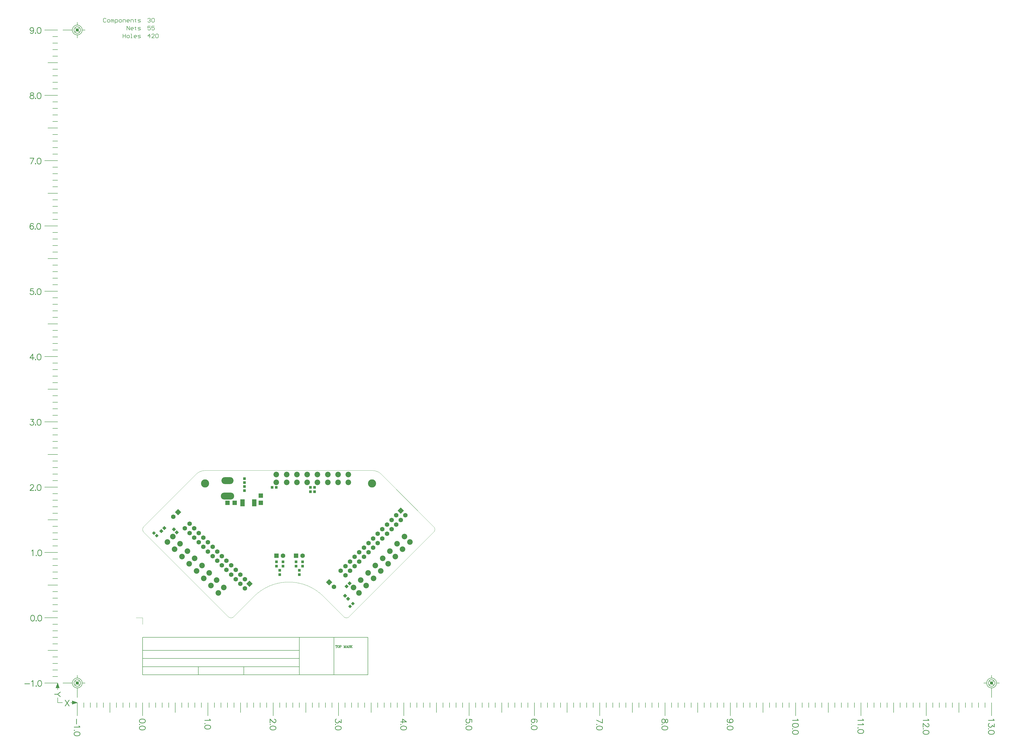
<source format=gts>
G04 This is an RS-274x file exported by *
G04 gerbv version 2.6A *
G04 More information is available about gerbv at *
G04 http://gerbv.geda-project.org/ *
G04 --End of header info--*
%MOIN*%
%FSLAX34Y34*%
%IPPOS*%
G04 --Define apertures--*
%ADD10C,0.0050*%
%ADD11C,0.0070*%
%ADD12C,0.0090*%
%ADD13C,0.0080*%
%ADD14C,0.0010*%
%ADD15C,0.0100*%
%ADD16C,0.0300*%
%ADD17C,0.1250*%
%ADD18R,0.0680X0.0680*%
%ADD19R,0.0680X0.1080*%
%ADD20R,0.0680X0.0680*%
%ADD21P,0.0608X4.0000X270.0000*%
%ADD22P,0.0608X4.0000X360.0000*%
%ADD23P,0.0566X4.0000X360.0000*%
%ADD24P,0.0566X4.0000X90.0000*%
%ADD25R,0.0430X0.0430*%
%ADD26R,0.0430X0.0430*%
%ADD27R,0.0400X0.0400*%
%ADD28C,0.0860*%
%ADD29C,0.0700*%
%ADD30P,0.0990X4.0000X270.0000*%
%ADD31P,0.0990X4.0000X180.0000*%
%ADD32O,0.1852X0.1064*%
%ADD33O,0.2049X0.1064*%
%ADD34R,0.0700X0.0700*%
G04 --Start main section--*
G54D10*
G01X0029667Y-004250D02*
G01X0029667Y-004600D01*
G01X0029683Y-004250D02*
G01X0029683Y-004600D01*
G01X0029567Y-004250D02*
G01X0029550Y-004350D01*
G01X0029550Y-004350D02*
G01X0029550Y-004250D01*
G01X0029550Y-004250D02*
G01X0029800Y-004250D01*
G01X0029800Y-004250D02*
G01X0029800Y-004350D01*
G01X0029800Y-004350D02*
G01X0029783Y-004250D01*
G01X0029617Y-004600D02*
G01X0029733Y-004600D01*
G01X0029967Y-004250D02*
G01X0029917Y-004267D01*
G01X0029917Y-004267D02*
G01X0029883Y-004300D01*
G01X0029883Y-004300D02*
G01X0029867Y-004333D01*
G01X0029867Y-004333D02*
G01X0029850Y-004400D01*
G01X0029850Y-004400D02*
G01X0029850Y-004450D01*
G01X0029850Y-004450D02*
G01X0029867Y-004517D01*
G01X0029867Y-004517D02*
G01X0029883Y-004550D01*
G01X0029883Y-004550D02*
G01X0029917Y-004583D01*
G01X0029917Y-004583D02*
G01X0029967Y-004600D01*
G01X0029967Y-004600D02*
G01X0030000Y-004600D01*
G01X0030000Y-004600D02*
G01X0030050Y-004583D01*
G01X0030050Y-004583D02*
G01X0030083Y-004550D01*
G01X0030083Y-004550D02*
G01X0030100Y-004517D01*
G01X0030100Y-004517D02*
G01X0030117Y-004450D01*
G01X0030117Y-004450D02*
G01X0030117Y-004400D01*
G01X0030117Y-004400D02*
G01X0030100Y-004333D01*
G01X0030100Y-004333D02*
G01X0030083Y-004300D01*
G01X0030083Y-004300D02*
G01X0030050Y-004267D01*
G01X0030050Y-004267D02*
G01X0030000Y-004250D01*
G01X0030000Y-004250D02*
G01X0029967Y-004250D01*
G01X0029967Y-004250D02*
G01X0029933Y-004267D01*
G01X0029933Y-004267D02*
G01X0029900Y-004300D01*
G01X0029900Y-004300D02*
G01X0029883Y-004333D01*
G01X0029883Y-004333D02*
G01X0029867Y-004400D01*
G01X0029867Y-004400D02*
G01X0029867Y-004450D01*
G01X0029867Y-004450D02*
G01X0029883Y-004517D01*
G01X0029883Y-004517D02*
G01X0029900Y-004550D01*
G01X0029900Y-004550D02*
G01X0029933Y-004583D01*
G01X0029933Y-004583D02*
G01X0029967Y-004600D01*
G01X0030000Y-004600D02*
G01X0030033Y-004583D01*
G01X0030033Y-004583D02*
G01X0030067Y-004550D01*
G01X0030067Y-004550D02*
G01X0030083Y-004517D01*
G01X0030083Y-004517D02*
G01X0030100Y-004450D01*
G01X0030100Y-004450D02*
G01X0030100Y-004400D01*
G01X0030100Y-004400D02*
G01X0030083Y-004333D01*
G01X0030083Y-004333D02*
G01X0030067Y-004300D01*
G01X0030067Y-004300D02*
G01X0030033Y-004267D01*
G01X0030033Y-004267D02*
G01X0030000Y-004250D01*
G01X0030215Y-004250D02*
G01X0030215Y-004600D01*
G01X0030232Y-004250D02*
G01X0030232Y-004600D01*
G01X0030165Y-004250D02*
G01X0030365Y-004250D01*
G01X0030365Y-004250D02*
G01X0030415Y-004267D01*
G01X0030415Y-004267D02*
G01X0030431Y-004283D01*
G01X0030431Y-004283D02*
G01X0030448Y-004317D01*
G01X0030448Y-004317D02*
G01X0030448Y-004367D01*
G01X0030448Y-004367D02*
G01X0030431Y-004400D01*
G01X0030431Y-004400D02*
G01X0030415Y-004417D01*
G01X0030415Y-004417D02*
G01X0030365Y-004433D01*
G01X0030365Y-004433D02*
G01X0030232Y-004433D01*
G01X0030365Y-004250D02*
G01X0030398Y-004267D01*
G01X0030398Y-004267D02*
G01X0030415Y-004283D01*
G01X0030415Y-004283D02*
G01X0030431Y-004317D01*
G01X0030431Y-004317D02*
G01X0030431Y-004367D01*
G01X0030431Y-004367D02*
G01X0030415Y-004400D01*
G01X0030415Y-004400D02*
G01X0030398Y-004417D01*
G01X0030398Y-004417D02*
G01X0030365Y-004433D01*
G01X0030165Y-004600D02*
G01X0030282Y-004600D01*
G01X0030860Y-004250D02*
G01X0030860Y-004600D01*
G01X0030876Y-004250D02*
G01X0030976Y-004550D01*
G01X0030860Y-004250D02*
G01X0030976Y-004600D01*
G01X0031093Y-004250D02*
G01X0030976Y-004600D01*
G01X0031093Y-004250D02*
G01X0031093Y-004600D01*
G01X0031110Y-004250D02*
G01X0031110Y-004600D01*
G01X0030810Y-004250D02*
G01X0030876Y-004250D01*
G01X0031093Y-004250D02*
G01X0031160Y-004250D01*
G01X0030810Y-004600D02*
G01X0030910Y-004600D01*
G01X0031043Y-004600D02*
G01X0031160Y-004600D01*
G01X0031350Y-004250D02*
G01X0031233Y-004600D01*
G01X0031350Y-004250D02*
G01X0031466Y-004600D01*
G01X0031350Y-004300D02*
G01X0031450Y-004600D01*
G01X0031266Y-004500D02*
G01X0031416Y-004500D01*
G01X0031200Y-004600D02*
G01X0031300Y-004600D01*
G01X0031400Y-004600D02*
G01X0031500Y-004600D01*
G01X0031761Y-004300D02*
G01X0031778Y-004250D01*
G01X0031778Y-004250D02*
G01X0031778Y-004350D01*
G01X0031778Y-004350D02*
G01X0031761Y-004300D01*
G01X0031761Y-004300D02*
G01X0031728Y-004267D01*
G01X0031728Y-004267D02*
G01X0031678Y-004250D01*
G01X0031678Y-004250D02*
G01X0031628Y-004250D01*
G01X0031628Y-004250D02*
G01X0031578Y-004267D01*
G01X0031578Y-004267D02*
G01X0031545Y-004300D01*
G01X0031545Y-004300D02*
G01X0031545Y-004333D01*
G01X0031545Y-004333D02*
G01X0031561Y-004367D01*
G01X0031561Y-004367D02*
G01X0031578Y-004383D01*
G01X0031578Y-004383D02*
G01X0031611Y-004400D01*
G01X0031611Y-004400D02*
G01X0031711Y-004433D01*
G01X0031711Y-004433D02*
G01X0031745Y-004450D01*
G01X0031745Y-004450D02*
G01X0031778Y-004483D01*
G01X0031545Y-004333D02*
G01X0031578Y-004367D01*
G01X0031578Y-004367D02*
G01X0031611Y-004383D01*
G01X0031611Y-004383D02*
G01X0031711Y-004417D01*
G01X0031711Y-004417D02*
G01X0031745Y-004433D01*
G01X0031745Y-004433D02*
G01X0031761Y-004450D01*
G01X0031761Y-004450D02*
G01X0031778Y-004483D01*
G01X0031778Y-004483D02*
G01X0031778Y-004550D01*
G01X0031778Y-004550D02*
G01X0031745Y-004583D01*
G01X0031745Y-004583D02*
G01X0031695Y-004600D01*
G01X0031695Y-004600D02*
G01X0031645Y-004600D01*
G01X0031645Y-004600D02*
G01X0031595Y-004583D01*
G01X0031595Y-004583D02*
G01X0031561Y-004550D01*
G01X0031561Y-004550D02*
G01X0031545Y-004500D01*
G01X0031545Y-004500D02*
G01X0031545Y-004600D01*
G01X0031545Y-004600D02*
G01X0031561Y-004550D01*
G01X0031879Y-004250D02*
G01X0031879Y-004600D01*
G01X0031896Y-004250D02*
G01X0031896Y-004600D01*
G01X0032113Y-004250D02*
G01X0031896Y-004467D01*
G01X0031979Y-004400D02*
G01X0032113Y-004600D01*
G01X0031963Y-004400D02*
G01X0032096Y-004600D01*
G01X0031830Y-004250D02*
G01X0031946Y-004250D01*
G01X0032046Y-004250D02*
G01X0032146Y-004250D01*
G01X0031830Y-004600D02*
G01X0031946Y-004600D01*
G01X0032046Y-004600D02*
G01X0032146Y-004600D01*
G01X0000000Y-003000D02*
G01X0034500Y-003000D01*
G01X0015500Y-008750D02*
G01X0015500Y-007500D01*
G01X0008550Y-008750D02*
G01X0008550Y-007500D01*
G01X0034500Y-008750D02*
G01X0034500Y-003000D01*
G01X0029300Y-008750D02*
G01X0029300Y-003000D01*
G01X0000000Y-008750D02*
G01X0000000Y-003000D01*
G01X0000000Y-008750D02*
G01X0034500Y-008750D01*
G01X0007000Y-005000D02*
G01X0024000Y-005000D01*
G01X0000000Y-007500D02*
G01X0024000Y-007500D01*
G01X0024000Y-008750D02*
G01X0024000Y-003000D01*
G01X0000000Y-006250D02*
G01X0024000Y-006250D01*
G01X0000000Y-005000D02*
G01X0007000Y-005000D01*
G54D12*
G01X-010114Y-015500D02*
G01X-010114Y-016271D01*
G01X-009772Y-016537D02*
G01X-009729Y-016623D01*
G01X-009729Y-016623D02*
G01X-009600Y-016751D01*
G01X-009600Y-016751D02*
G01X-010500Y-016751D01*
G01X-010414Y-017240D02*
G01X-010457Y-017197D01*
G01X-010457Y-017197D02*
G01X-010500Y-017240D01*
G01X-010500Y-017240D02*
G01X-010457Y-017282D01*
G01X-010457Y-017282D02*
G01X-010414Y-017240D01*
G01X-009600Y-017737D02*
G01X-009643Y-017608D01*
G01X-009643Y-017608D02*
G01X-009772Y-017522D01*
G01X-009772Y-017522D02*
G01X-009986Y-017480D01*
G01X-009986Y-017480D02*
G01X-010114Y-017480D01*
G01X-010114Y-017480D02*
G01X-010329Y-017522D01*
G01X-010329Y-017522D02*
G01X-010457Y-017608D01*
G01X-010457Y-017608D02*
G01X-010500Y-017737D01*
G01X-010500Y-017737D02*
G01X-010500Y-017822D01*
G01X-010500Y-017822D02*
G01X-010457Y-017951D01*
G01X-010457Y-017951D02*
G01X-010329Y-018037D01*
G01X-010329Y-018037D02*
G01X-010114Y-018079D01*
G01X-010114Y-018079D02*
G01X-009986Y-018079D01*
G01X-009986Y-018079D02*
G01X-009772Y-018037D01*
G01X-009772Y-018037D02*
G01X-009643Y-017951D01*
G01X-009643Y-017951D02*
G01X-009600Y-017822D01*
G01X-009600Y-017822D02*
G01X-009600Y-017737D01*
G01X-018050Y-010113D02*
G01X-017279Y-010113D01*
G01X-017013Y-009770D02*
G01X-016927Y-009727D01*
G01X-016927Y-009727D02*
G01X-016799Y-009599D01*
G01X-016799Y-009599D02*
G01X-016799Y-010498D01*
G01X-016310Y-010413D02*
G01X-016353Y-010456D01*
G01X-016353Y-010456D02*
G01X-016310Y-010498D01*
G01X-016310Y-010498D02*
G01X-016268Y-010456D01*
G01X-016268Y-010456D02*
G01X-016310Y-010413D01*
G01X-015813Y-009599D02*
G01X-015942Y-009641D01*
G01X-015942Y-009641D02*
G01X-016028Y-009770D01*
G01X-016028Y-009770D02*
G01X-016070Y-009984D01*
G01X-016070Y-009984D02*
G01X-016070Y-010113D01*
G01X-016070Y-010113D02*
G01X-016028Y-010327D01*
G01X-016028Y-010327D02*
G01X-015942Y-010456D01*
G01X-015942Y-010456D02*
G01X-015813Y-010498D01*
G01X-015813Y-010498D02*
G01X-015728Y-010498D01*
G01X-015728Y-010498D02*
G01X-015599Y-010456D01*
G01X-015599Y-010456D02*
G01X-015513Y-010327D01*
G01X-015513Y-010327D02*
G01X-015471Y-010113D01*
G01X-015471Y-010113D02*
G01X-015471Y-009984D01*
G01X-015471Y-009984D02*
G01X-015513Y-009770D01*
G01X-015513Y-009770D02*
G01X-015599Y-009641D01*
G01X-015599Y-009641D02*
G01X-015728Y-009599D01*
G01X-015728Y-009599D02*
G01X-015813Y-009599D01*
G01X-016893Y0000401D02*
G01X-017021Y0000359D01*
G01X-017021Y0000359D02*
G01X-017107Y0000230D01*
G01X-017107Y0000230D02*
G01X-017150Y0000016D01*
G01X-017150Y0000016D02*
G01X-017150Y-000113D01*
G01X-017150Y-000113D02*
G01X-017107Y-000327D01*
G01X-017107Y-000327D02*
G01X-017021Y-000456D01*
G01X-017021Y-000456D02*
G01X-016893Y-000498D01*
G01X-016893Y-000498D02*
G01X-016807Y-000498D01*
G01X-016807Y-000498D02*
G01X-016679Y-000456D01*
G01X-016679Y-000456D02*
G01X-016593Y-000327D01*
G01X-016593Y-000327D02*
G01X-016550Y-000113D01*
G01X-016550Y-000113D02*
G01X-016550Y0000016D01*
G01X-016550Y0000016D02*
G01X-016593Y0000230D01*
G01X-016593Y0000230D02*
G01X-016679Y0000359D01*
G01X-016679Y0000359D02*
G01X-016807Y0000401D01*
G01X-016807Y0000401D02*
G01X-016893Y0000401D01*
G01X-016306Y-000413D02*
G01X-016349Y-000456D01*
G01X-016349Y-000456D02*
G01X-016306Y-000498D01*
G01X-016306Y-000498D02*
G01X-016263Y-000456D01*
G01X-016263Y-000456D02*
G01X-016306Y-000413D01*
G01X-015809Y0000401D02*
G01X-015937Y0000359D01*
G01X-015937Y0000359D02*
G01X-016023Y0000230D01*
G01X-016023Y0000230D02*
G01X-016066Y0000016D01*
G01X-016066Y0000016D02*
G01X-016066Y-000113D01*
G01X-016066Y-000113D02*
G01X-016023Y-000327D01*
G01X-016023Y-000327D02*
G01X-015937Y-000456D01*
G01X-015937Y-000456D02*
G01X-015809Y-000498D01*
G01X-015809Y-000498D02*
G01X-015723Y-000498D01*
G01X-015723Y-000498D02*
G01X-015595Y-000456D01*
G01X-015595Y-000456D02*
G01X-015509Y-000327D01*
G01X-015509Y-000327D02*
G01X-015466Y-000113D01*
G01X-015466Y-000113D02*
G01X-015466Y0000016D01*
G01X-015466Y0000016D02*
G01X-015509Y0000230D01*
G01X-015509Y0000230D02*
G01X-015595Y0000359D01*
G01X-015595Y0000359D02*
G01X-015723Y0000401D01*
G01X-015723Y0000401D02*
G01X-015809Y0000401D01*
G01X0000400Y-015757D02*
G01X0000357Y-015629D01*
G01X0000357Y-015629D02*
G01X0000228Y-015543D01*
G01X0000228Y-015543D02*
G01X0000014Y-015500D01*
G01X0000014Y-015500D02*
G01X-000114Y-015500D01*
G01X-000114Y-015500D02*
G01X-000329Y-015543D01*
G01X-000329Y-015543D02*
G01X-000457Y-015629D01*
G01X-000457Y-015629D02*
G01X-000500Y-015757D01*
G01X-000500Y-015757D02*
G01X-000500Y-015843D01*
G01X-000500Y-015843D02*
G01X-000457Y-015971D01*
G01X-000457Y-015971D02*
G01X-000329Y-016057D01*
G01X-000329Y-016057D02*
G01X-000114Y-016100D01*
G01X-000114Y-016100D02*
G01X0000014Y-016100D01*
G01X0000014Y-016100D02*
G01X0000228Y-016057D01*
G01X0000228Y-016057D02*
G01X0000357Y-015971D01*
G01X0000357Y-015971D02*
G01X0000400Y-015843D01*
G01X0000400Y-015843D02*
G01X0000400Y-015757D01*
G01X-000414Y-016344D02*
G01X-000457Y-016301D01*
G01X-000457Y-016301D02*
G01X-000500Y-016344D01*
G01X-000500Y-016344D02*
G01X-000457Y-016387D01*
G01X-000457Y-016387D02*
G01X-000414Y-016344D01*
G01X0000400Y-016841D02*
G01X0000357Y-016713D01*
G01X0000357Y-016713D02*
G01X0000228Y-016627D01*
G01X0000228Y-016627D02*
G01X0000014Y-016584D01*
G01X0000014Y-016584D02*
G01X-000114Y-016584D01*
G01X-000114Y-016584D02*
G01X-000329Y-016627D01*
G01X-000329Y-016627D02*
G01X-000457Y-016713D01*
G01X-000457Y-016713D02*
G01X-000500Y-016841D01*
G01X-000500Y-016841D02*
G01X-000500Y-016927D01*
G01X-000500Y-016927D02*
G01X-000457Y-017055D01*
G01X-000457Y-017055D02*
G01X-000329Y-017141D01*
G01X-000329Y-017141D02*
G01X-000114Y-017184D01*
G01X-000114Y-017184D02*
G01X0000014Y-017184D01*
G01X0000014Y-017184D02*
G01X0000228Y-017141D01*
G01X0000228Y-017141D02*
G01X0000357Y-017055D01*
G01X0000357Y-017055D02*
G01X0000400Y-016927D01*
G01X0000400Y-016927D02*
G01X0000400Y-016841D01*
G01X0130228Y-015500D02*
G01X0130271Y-015586D01*
G01X0130271Y-015586D02*
G01X0130400Y-015714D01*
G01X0130400Y-015714D02*
G01X0129500Y-015714D01*
G01X0130400Y-016246D02*
G01X0130400Y-016717D01*
G01X0130400Y-016717D02*
G01X0130057Y-016460D01*
G01X0130057Y-016460D02*
G01X0130057Y-016588D01*
G01X0130057Y-016588D02*
G01X0130014Y-016674D01*
G01X0130014Y-016674D02*
G01X0129971Y-016717D01*
G01X0129971Y-016717D02*
G01X0129843Y-016760D01*
G01X0129843Y-016760D02*
G01X0129757Y-016760D01*
G01X0129757Y-016760D02*
G01X0129629Y-016717D01*
G01X0129629Y-016717D02*
G01X0129543Y-016631D01*
G01X0129543Y-016631D02*
G01X0129500Y-016503D01*
G01X0129500Y-016503D02*
G01X0129500Y-016374D01*
G01X0129500Y-016374D02*
G01X0129543Y-016246D01*
G01X0129543Y-016246D02*
G01X0129586Y-016203D01*
G01X0129586Y-016203D02*
G01X0129671Y-016160D01*
G01X0129586Y-017004D02*
G01X0129543Y-016961D01*
G01X0129543Y-016961D02*
G01X0129500Y-017004D01*
G01X0129500Y-017004D02*
G01X0129543Y-017047D01*
G01X0129543Y-017047D02*
G01X0129586Y-017004D01*
G01X0130400Y-017501D02*
G01X0130357Y-017372D01*
G01X0130357Y-017372D02*
G01X0130228Y-017287D01*
G01X0130228Y-017287D02*
G01X0130014Y-017244D01*
G01X0130014Y-017244D02*
G01X0129886Y-017244D01*
G01X0129886Y-017244D02*
G01X0129671Y-017287D01*
G01X0129671Y-017287D02*
G01X0129543Y-017372D01*
G01X0129543Y-017372D02*
G01X0129500Y-017501D01*
G01X0129500Y-017501D02*
G01X0129500Y-017587D01*
G01X0129500Y-017587D02*
G01X0129543Y-017715D01*
G01X0129543Y-017715D02*
G01X0129671Y-017801D01*
G01X0129671Y-017801D02*
G01X0129886Y-017844D01*
G01X0129886Y-017844D02*
G01X0130014Y-017844D01*
G01X0130014Y-017844D02*
G01X0130228Y-017801D01*
G01X0130228Y-017801D02*
G01X0130357Y-017715D01*
G01X0130357Y-017715D02*
G01X0130400Y-017587D01*
G01X0130400Y-017587D02*
G01X0130400Y-017501D01*
G01X0120228Y-015500D02*
G01X0120271Y-015586D01*
G01X0120271Y-015586D02*
G01X0120400Y-015714D01*
G01X0120400Y-015714D02*
G01X0119500Y-015714D01*
G01X0120186Y-016203D02*
G01X0120228Y-016203D01*
G01X0120228Y-016203D02*
G01X0120314Y-016246D01*
G01X0120314Y-016246D02*
G01X0120357Y-016288D01*
G01X0120357Y-016288D02*
G01X0120400Y-016374D01*
G01X0120400Y-016374D02*
G01X0120400Y-016545D01*
G01X0120400Y-016545D02*
G01X0120357Y-016631D01*
G01X0120357Y-016631D02*
G01X0120314Y-016674D01*
G01X0120314Y-016674D02*
G01X0120228Y-016717D01*
G01X0120228Y-016717D02*
G01X0120143Y-016717D01*
G01X0120143Y-016717D02*
G01X0120057Y-016674D01*
G01X0120057Y-016674D02*
G01X0119928Y-016588D01*
G01X0119928Y-016588D02*
G01X0119500Y-016160D01*
G01X0119500Y-016160D02*
G01X0119500Y-016760D01*
G01X0119586Y-017004D02*
G01X0119543Y-016961D01*
G01X0119543Y-016961D02*
G01X0119500Y-017004D01*
G01X0119500Y-017004D02*
G01X0119543Y-017047D01*
G01X0119543Y-017047D02*
G01X0119586Y-017004D01*
G01X0120400Y-017501D02*
G01X0120357Y-017372D01*
G01X0120357Y-017372D02*
G01X0120228Y-017287D01*
G01X0120228Y-017287D02*
G01X0120014Y-017244D01*
G01X0120014Y-017244D02*
G01X0119886Y-017244D01*
G01X0119886Y-017244D02*
G01X0119671Y-017287D01*
G01X0119671Y-017287D02*
G01X0119543Y-017372D01*
G01X0119543Y-017372D02*
G01X0119500Y-017501D01*
G01X0119500Y-017501D02*
G01X0119500Y-017587D01*
G01X0119500Y-017587D02*
G01X0119543Y-017715D01*
G01X0119543Y-017715D02*
G01X0119671Y-017801D01*
G01X0119671Y-017801D02*
G01X0119886Y-017844D01*
G01X0119886Y-017844D02*
G01X0120014Y-017844D01*
G01X0120014Y-017844D02*
G01X0120228Y-017801D01*
G01X0120228Y-017801D02*
G01X0120357Y-017715D01*
G01X0120357Y-017715D02*
G01X0120400Y-017587D01*
G01X0120400Y-017587D02*
G01X0120400Y-017501D01*
G01X0110228Y-015500D02*
G01X0110271Y-015586D01*
G01X0110271Y-015586D02*
G01X0110400Y-015714D01*
G01X0110400Y-015714D02*
G01X0109500Y-015714D01*
G01X0110228Y-016160D02*
G01X0110271Y-016246D01*
G01X0110271Y-016246D02*
G01X0110400Y-016374D01*
G01X0110400Y-016374D02*
G01X0109500Y-016374D01*
G01X0109586Y-016863D02*
G01X0109543Y-016820D01*
G01X0109543Y-016820D02*
G01X0109500Y-016863D01*
G01X0109500Y-016863D02*
G01X0109543Y-016905D01*
G01X0109543Y-016905D02*
G01X0109586Y-016863D01*
G01X0110400Y-017360D02*
G01X0110357Y-017231D01*
G01X0110357Y-017231D02*
G01X0110228Y-017145D01*
G01X0110228Y-017145D02*
G01X0110014Y-017103D01*
G01X0110014Y-017103D02*
G01X0109886Y-017103D01*
G01X0109886Y-017103D02*
G01X0109671Y-017145D01*
G01X0109671Y-017145D02*
G01X0109543Y-017231D01*
G01X0109543Y-017231D02*
G01X0109500Y-017360D01*
G01X0109500Y-017360D02*
G01X0109500Y-017445D01*
G01X0109500Y-017445D02*
G01X0109543Y-017574D01*
G01X0109543Y-017574D02*
G01X0109671Y-017660D01*
G01X0109671Y-017660D02*
G01X0109886Y-017702D01*
G01X0109886Y-017702D02*
G01X0110014Y-017702D01*
G01X0110014Y-017702D02*
G01X0110228Y-017660D01*
G01X0110228Y-017660D02*
G01X0110357Y-017574D01*
G01X0110357Y-017574D02*
G01X0110400Y-017445D01*
G01X0110400Y-017445D02*
G01X0110400Y-017360D01*
G01X0100228Y-015500D02*
G01X0100271Y-015586D01*
G01X0100271Y-015586D02*
G01X0100400Y-015714D01*
G01X0100400Y-015714D02*
G01X0099500Y-015714D01*
G01X0100400Y-016417D02*
G01X0100357Y-016288D01*
G01X0100357Y-016288D02*
G01X0100228Y-016203D01*
G01X0100228Y-016203D02*
G01X0100014Y-016160D01*
G01X0100014Y-016160D02*
G01X0099886Y-016160D01*
G01X0099886Y-016160D02*
G01X0099671Y-016203D01*
G01X0099671Y-016203D02*
G01X0099543Y-016288D01*
G01X0099543Y-016288D02*
G01X0099500Y-016417D01*
G01X0099500Y-016417D02*
G01X0099500Y-016503D01*
G01X0099500Y-016503D02*
G01X0099543Y-016631D01*
G01X0099543Y-016631D02*
G01X0099671Y-016717D01*
G01X0099671Y-016717D02*
G01X0099886Y-016760D01*
G01X0099886Y-016760D02*
G01X0100014Y-016760D01*
G01X0100014Y-016760D02*
G01X0100228Y-016717D01*
G01X0100228Y-016717D02*
G01X0100357Y-016631D01*
G01X0100357Y-016631D02*
G01X0100400Y-016503D01*
G01X0100400Y-016503D02*
G01X0100400Y-016417D01*
G01X0099586Y-017004D02*
G01X0099543Y-016961D01*
G01X0099543Y-016961D02*
G01X0099500Y-017004D01*
G01X0099500Y-017004D02*
G01X0099543Y-017047D01*
G01X0099543Y-017047D02*
G01X0099586Y-017004D01*
G01X0100400Y-017501D02*
G01X0100357Y-017372D01*
G01X0100357Y-017372D02*
G01X0100228Y-017287D01*
G01X0100228Y-017287D02*
G01X0100014Y-017244D01*
G01X0100014Y-017244D02*
G01X0099886Y-017244D01*
G01X0099886Y-017244D02*
G01X0099671Y-017287D01*
G01X0099671Y-017287D02*
G01X0099543Y-017372D01*
G01X0099543Y-017372D02*
G01X0099500Y-017501D01*
G01X0099500Y-017501D02*
G01X0099500Y-017587D01*
G01X0099500Y-017587D02*
G01X0099543Y-017715D01*
G01X0099543Y-017715D02*
G01X0099671Y-017801D01*
G01X0099671Y-017801D02*
G01X0099886Y-017844D01*
G01X0099886Y-017844D02*
G01X0100014Y-017844D01*
G01X0100014Y-017844D02*
G01X0100228Y-017801D01*
G01X0100228Y-017801D02*
G01X0100357Y-017715D01*
G01X0100357Y-017715D02*
G01X0100400Y-017587D01*
G01X0100400Y-017587D02*
G01X0100400Y-017501D01*
G01X-016693Y0090100D02*
G01X-016736Y0089971D01*
G01X-016736Y0089971D02*
G01X-016822Y0089886D01*
G01X-016822Y0089886D02*
G01X-016950Y0089843D01*
G01X-016950Y0089843D02*
G01X-016993Y0089843D01*
G01X-016993Y0089843D02*
G01X-017121Y0089886D01*
G01X-017121Y0089886D02*
G01X-017207Y0089971D01*
G01X-017207Y0089971D02*
G01X-017250Y0090100D01*
G01X-017250Y0090100D02*
G01X-017250Y0090143D01*
G01X-017250Y0090143D02*
G01X-017207Y0090271D01*
G01X-017207Y0090271D02*
G01X-017121Y0090357D01*
G01X-017121Y0090357D02*
G01X-016993Y0090400D01*
G01X-016993Y0090400D02*
G01X-016950Y0090400D01*
G01X-016950Y0090400D02*
G01X-016822Y0090357D01*
G01X-016822Y0090357D02*
G01X-016736Y0090271D01*
G01X-016736Y0090271D02*
G01X-016693Y0090100D01*
G01X-016693Y0090100D02*
G01X-016693Y0089886D01*
G01X-016693Y0089886D02*
G01X-016736Y0089671D01*
G01X-016736Y0089671D02*
G01X-016822Y0089543D01*
G01X-016822Y0089543D02*
G01X-016950Y0089500D01*
G01X-016950Y0089500D02*
G01X-017036Y0089500D01*
G01X-017036Y0089500D02*
G01X-017164Y0089543D01*
G01X-017164Y0089543D02*
G01X-017207Y0089629D01*
G01X-016406Y0089586D02*
G01X-016449Y0089543D01*
G01X-016449Y0089543D02*
G01X-016406Y0089500D01*
G01X-016406Y0089500D02*
G01X-016363Y0089543D01*
G01X-016363Y0089543D02*
G01X-016406Y0089586D01*
G01X-015909Y0090400D02*
G01X-016037Y0090357D01*
G01X-016037Y0090357D02*
G01X-016123Y0090228D01*
G01X-016123Y0090228D02*
G01X-016166Y0090014D01*
G01X-016166Y0090014D02*
G01X-016166Y0089886D01*
G01X-016166Y0089886D02*
G01X-016123Y0089671D01*
G01X-016123Y0089671D02*
G01X-016037Y0089543D01*
G01X-016037Y0089543D02*
G01X-015909Y0089500D01*
G01X-015909Y0089500D02*
G01X-015823Y0089500D01*
G01X-015823Y0089500D02*
G01X-015695Y0089543D01*
G01X-015695Y0089543D02*
G01X-015609Y0089671D01*
G01X-015609Y0089671D02*
G01X-015566Y0089886D01*
G01X-015566Y0089886D02*
G01X-015566Y0090014D01*
G01X-015566Y0090014D02*
G01X-015609Y0090228D01*
G01X-015609Y0090228D02*
G01X-015695Y0090357D01*
G01X-015695Y0090357D02*
G01X-015823Y0090400D01*
G01X-015823Y0090400D02*
G01X-015909Y0090400D01*
G01X-017036Y0080400D02*
G01X-017164Y0080357D01*
G01X-017164Y0080357D02*
G01X-017207Y0080271D01*
G01X-017207Y0080271D02*
G01X-017207Y0080186D01*
G01X-017207Y0080186D02*
G01X-017164Y0080100D01*
G01X-017164Y0080100D02*
G01X-017079Y0080057D01*
G01X-017079Y0080057D02*
G01X-016907Y0080014D01*
G01X-016907Y0080014D02*
G01X-016779Y0079971D01*
G01X-016779Y0079971D02*
G01X-016693Y0079886D01*
G01X-016693Y0079886D02*
G01X-016650Y0079800D01*
G01X-016650Y0079800D02*
G01X-016650Y0079671D01*
G01X-016650Y0079671D02*
G01X-016693Y0079586D01*
G01X-016693Y0079586D02*
G01X-016736Y0079543D01*
G01X-016736Y0079543D02*
G01X-016864Y0079500D01*
G01X-016864Y0079500D02*
G01X-017036Y0079500D01*
G01X-017036Y0079500D02*
G01X-017164Y0079543D01*
G01X-017164Y0079543D02*
G01X-017207Y0079586D01*
G01X-017207Y0079586D02*
G01X-017250Y0079671D01*
G01X-017250Y0079671D02*
G01X-017250Y0079800D01*
G01X-017250Y0079800D02*
G01X-017207Y0079886D01*
G01X-017207Y0079886D02*
G01X-017121Y0079971D01*
G01X-017121Y0079971D02*
G01X-016993Y0080014D01*
G01X-016993Y0080014D02*
G01X-016822Y0080057D01*
G01X-016822Y0080057D02*
G01X-016736Y0080100D01*
G01X-016736Y0080100D02*
G01X-016693Y0080186D01*
G01X-016693Y0080186D02*
G01X-016693Y0080271D01*
G01X-016693Y0080271D02*
G01X-016736Y0080357D01*
G01X-016736Y0080357D02*
G01X-016864Y0080400D01*
G01X-016864Y0080400D02*
G01X-017036Y0080400D01*
G01X-016406Y0079586D02*
G01X-016449Y0079543D01*
G01X-016449Y0079543D02*
G01X-016406Y0079500D01*
G01X-016406Y0079500D02*
G01X-016363Y0079543D01*
G01X-016363Y0079543D02*
G01X-016406Y0079586D01*
G01X-015909Y0080400D02*
G01X-016037Y0080357D01*
G01X-016037Y0080357D02*
G01X-016123Y0080228D01*
G01X-016123Y0080228D02*
G01X-016166Y0080014D01*
G01X-016166Y0080014D02*
G01X-016166Y0079886D01*
G01X-016166Y0079886D02*
G01X-016123Y0079671D01*
G01X-016123Y0079671D02*
G01X-016037Y0079543D01*
G01X-016037Y0079543D02*
G01X-015909Y0079500D01*
G01X-015909Y0079500D02*
G01X-015823Y0079500D01*
G01X-015823Y0079500D02*
G01X-015695Y0079543D01*
G01X-015695Y0079543D02*
G01X-015609Y0079671D01*
G01X-015609Y0079671D02*
G01X-015566Y0079886D01*
G01X-015566Y0079886D02*
G01X-015566Y0080014D01*
G01X-015566Y0080014D02*
G01X-015609Y0080228D01*
G01X-015609Y0080228D02*
G01X-015695Y0080357D01*
G01X-015695Y0080357D02*
G01X-015823Y0080400D01*
G01X-015823Y0080400D02*
G01X-015909Y0080400D01*
G01X-016650Y0070400D02*
G01X-017079Y0069500D01*
G01X-017250Y0070400D02*
G01X-016650Y0070400D01*
G01X-016406Y0069586D02*
G01X-016449Y0069543D01*
G01X-016449Y0069543D02*
G01X-016406Y0069500D01*
G01X-016406Y0069500D02*
G01X-016363Y0069543D01*
G01X-016363Y0069543D02*
G01X-016406Y0069586D01*
G01X-015909Y0070400D02*
G01X-016037Y0070357D01*
G01X-016037Y0070357D02*
G01X-016123Y0070228D01*
G01X-016123Y0070228D02*
G01X-016166Y0070014D01*
G01X-016166Y0070014D02*
G01X-016166Y0069886D01*
G01X-016166Y0069886D02*
G01X-016123Y0069671D01*
G01X-016123Y0069671D02*
G01X-016037Y0069543D01*
G01X-016037Y0069543D02*
G01X-015909Y0069500D01*
G01X-015909Y0069500D02*
G01X-015823Y0069500D01*
G01X-015823Y0069500D02*
G01X-015695Y0069543D01*
G01X-015695Y0069543D02*
G01X-015609Y0069671D01*
G01X-015609Y0069671D02*
G01X-015566Y0069886D01*
G01X-015566Y0069886D02*
G01X-015566Y0070014D01*
G01X-015566Y0070014D02*
G01X-015609Y0070228D01*
G01X-015609Y0070228D02*
G01X-015695Y0070357D01*
G01X-015695Y0070357D02*
G01X-015823Y0070400D01*
G01X-015823Y0070400D02*
G01X-015909Y0070400D01*
G01X0090100Y-016057D02*
G01X0089971Y-016014D01*
G01X0089971Y-016014D02*
G01X0089886Y-015928D01*
G01X0089886Y-015928D02*
G01X0089843Y-015800D01*
G01X0089843Y-015800D02*
G01X0089843Y-015757D01*
G01X0089843Y-015757D02*
G01X0089886Y-015629D01*
G01X0089886Y-015629D02*
G01X0089971Y-015543D01*
G01X0089971Y-015543D02*
G01X0090100Y-015500D01*
G01X0090100Y-015500D02*
G01X0090143Y-015500D01*
G01X0090143Y-015500D02*
G01X0090271Y-015543D01*
G01X0090271Y-015543D02*
G01X0090357Y-015629D01*
G01X0090357Y-015629D02*
G01X0090400Y-015757D01*
G01X0090400Y-015757D02*
G01X0090400Y-015800D01*
G01X0090400Y-015800D02*
G01X0090357Y-015928D01*
G01X0090357Y-015928D02*
G01X0090271Y-016014D01*
G01X0090271Y-016014D02*
G01X0090100Y-016057D01*
G01X0090100Y-016057D02*
G01X0089886Y-016057D01*
G01X0089886Y-016057D02*
G01X0089671Y-016014D01*
G01X0089671Y-016014D02*
G01X0089543Y-015928D01*
G01X0089543Y-015928D02*
G01X0089500Y-015800D01*
G01X0089500Y-015800D02*
G01X0089500Y-015714D01*
G01X0089500Y-015714D02*
G01X0089543Y-015586D01*
G01X0089543Y-015586D02*
G01X0089629Y-015543D01*
G01X0089586Y-016344D02*
G01X0089543Y-016301D01*
G01X0089543Y-016301D02*
G01X0089500Y-016344D01*
G01X0089500Y-016344D02*
G01X0089543Y-016387D01*
G01X0089543Y-016387D02*
G01X0089586Y-016344D01*
G01X0090400Y-016841D02*
G01X0090357Y-016713D01*
G01X0090357Y-016713D02*
G01X0090228Y-016627D01*
G01X0090228Y-016627D02*
G01X0090014Y-016584D01*
G01X0090014Y-016584D02*
G01X0089886Y-016584D01*
G01X0089886Y-016584D02*
G01X0089671Y-016627D01*
G01X0089671Y-016627D02*
G01X0089543Y-016713D01*
G01X0089543Y-016713D02*
G01X0089500Y-016841D01*
G01X0089500Y-016841D02*
G01X0089500Y-016927D01*
G01X0089500Y-016927D02*
G01X0089543Y-017055D01*
G01X0089543Y-017055D02*
G01X0089671Y-017141D01*
G01X0089671Y-017141D02*
G01X0089886Y-017184D01*
G01X0089886Y-017184D02*
G01X0090014Y-017184D01*
G01X0090014Y-017184D02*
G01X0090228Y-017141D01*
G01X0090228Y-017141D02*
G01X0090357Y-017055D01*
G01X0090357Y-017055D02*
G01X0090400Y-016927D01*
G01X0090400Y-016927D02*
G01X0090400Y-016841D01*
G01X0080400Y-015714D02*
G01X0080357Y-015586D01*
G01X0080357Y-015586D02*
G01X0080271Y-015543D01*
G01X0080271Y-015543D02*
G01X0080186Y-015543D01*
G01X0080186Y-015543D02*
G01X0080100Y-015586D01*
G01X0080100Y-015586D02*
G01X0080057Y-015671D01*
G01X0080057Y-015671D02*
G01X0080014Y-015843D01*
G01X0080014Y-015843D02*
G01X0079971Y-015971D01*
G01X0079971Y-015971D02*
G01X0079886Y-016057D01*
G01X0079886Y-016057D02*
G01X0079800Y-016100D01*
G01X0079800Y-016100D02*
G01X0079671Y-016100D01*
G01X0079671Y-016100D02*
G01X0079586Y-016057D01*
G01X0079586Y-016057D02*
G01X0079543Y-016014D01*
G01X0079543Y-016014D02*
G01X0079500Y-015886D01*
G01X0079500Y-015886D02*
G01X0079500Y-015714D01*
G01X0079500Y-015714D02*
G01X0079543Y-015586D01*
G01X0079543Y-015586D02*
G01X0079586Y-015543D01*
G01X0079586Y-015543D02*
G01X0079671Y-015500D01*
G01X0079671Y-015500D02*
G01X0079800Y-015500D01*
G01X0079800Y-015500D02*
G01X0079886Y-015543D01*
G01X0079886Y-015543D02*
G01X0079971Y-015629D01*
G01X0079971Y-015629D02*
G01X0080014Y-015757D01*
G01X0080014Y-015757D02*
G01X0080057Y-015928D01*
G01X0080057Y-015928D02*
G01X0080100Y-016014D01*
G01X0080100Y-016014D02*
G01X0080186Y-016057D01*
G01X0080186Y-016057D02*
G01X0080271Y-016057D01*
G01X0080271Y-016057D02*
G01X0080357Y-016014D01*
G01X0080357Y-016014D02*
G01X0080400Y-015886D01*
G01X0080400Y-015886D02*
G01X0080400Y-015714D01*
G01X0079586Y-016344D02*
G01X0079543Y-016301D01*
G01X0079543Y-016301D02*
G01X0079500Y-016344D01*
G01X0079500Y-016344D02*
G01X0079543Y-016387D01*
G01X0079543Y-016387D02*
G01X0079586Y-016344D01*
G01X0080400Y-016841D02*
G01X0080357Y-016713D01*
G01X0080357Y-016713D02*
G01X0080228Y-016627D01*
G01X0080228Y-016627D02*
G01X0080014Y-016584D01*
G01X0080014Y-016584D02*
G01X0079886Y-016584D01*
G01X0079886Y-016584D02*
G01X0079671Y-016627D01*
G01X0079671Y-016627D02*
G01X0079543Y-016713D01*
G01X0079543Y-016713D02*
G01X0079500Y-016841D01*
G01X0079500Y-016841D02*
G01X0079500Y-016927D01*
G01X0079500Y-016927D02*
G01X0079543Y-017055D01*
G01X0079543Y-017055D02*
G01X0079671Y-017141D01*
G01X0079671Y-017141D02*
G01X0079886Y-017184D01*
G01X0079886Y-017184D02*
G01X0080014Y-017184D01*
G01X0080014Y-017184D02*
G01X0080228Y-017141D01*
G01X0080228Y-017141D02*
G01X0080357Y-017055D01*
G01X0080357Y-017055D02*
G01X0080400Y-016927D01*
G01X0080400Y-016927D02*
G01X0080400Y-016841D01*
G01X0070400Y-016100D02*
G01X0069500Y-015671D01*
G01X0070400Y-015500D02*
G01X0070400Y-016100D01*
G01X0069586Y-016344D02*
G01X0069543Y-016301D01*
G01X0069543Y-016301D02*
G01X0069500Y-016344D01*
G01X0069500Y-016344D02*
G01X0069543Y-016387D01*
G01X0069543Y-016387D02*
G01X0069586Y-016344D01*
G01X0070400Y-016841D02*
G01X0070357Y-016713D01*
G01X0070357Y-016713D02*
G01X0070228Y-016627D01*
G01X0070228Y-016627D02*
G01X0070014Y-016584D01*
G01X0070014Y-016584D02*
G01X0069886Y-016584D01*
G01X0069886Y-016584D02*
G01X0069671Y-016627D01*
G01X0069671Y-016627D02*
G01X0069543Y-016713D01*
G01X0069543Y-016713D02*
G01X0069500Y-016841D01*
G01X0069500Y-016841D02*
G01X0069500Y-016927D01*
G01X0069500Y-016927D02*
G01X0069543Y-017055D01*
G01X0069543Y-017055D02*
G01X0069671Y-017141D01*
G01X0069671Y-017141D02*
G01X0069886Y-017184D01*
G01X0069886Y-017184D02*
G01X0070014Y-017184D01*
G01X0070014Y-017184D02*
G01X0070228Y-017141D01*
G01X0070228Y-017141D02*
G01X0070357Y-017055D01*
G01X0070357Y-017055D02*
G01X0070400Y-016927D01*
G01X0070400Y-016927D02*
G01X0070400Y-016841D01*
G01X-012600Y-011375D02*
G01X-013029Y-011718D01*
G01X-013029Y-011718D02*
G01X-013500Y-011718D01*
G01X-012600Y-012061D02*
G01X-013029Y-011718D01*
G01X-011875Y-012600D02*
G01X-011275Y-013500D01*
G01X-011275Y-012600D02*
G01X-011875Y-013500D01*
G01X0050400Y-016014D02*
G01X0050400Y-015586D01*
G01X0050400Y-015586D02*
G01X0050014Y-015543D01*
G01X0050014Y-015543D02*
G01X0050057Y-015586D01*
G01X0050057Y-015586D02*
G01X0050100Y-015714D01*
G01X0050100Y-015714D02*
G01X0050100Y-015843D01*
G01X0050100Y-015843D02*
G01X0050057Y-015971D01*
G01X0050057Y-015971D02*
G01X0049971Y-016057D01*
G01X0049971Y-016057D02*
G01X0049843Y-016100D01*
G01X0049843Y-016100D02*
G01X0049757Y-016100D01*
G01X0049757Y-016100D02*
G01X0049629Y-016057D01*
G01X0049629Y-016057D02*
G01X0049543Y-015971D01*
G01X0049543Y-015971D02*
G01X0049500Y-015843D01*
G01X0049500Y-015843D02*
G01X0049500Y-015714D01*
G01X0049500Y-015714D02*
G01X0049543Y-015586D01*
G01X0049543Y-015586D02*
G01X0049586Y-015543D01*
G01X0049586Y-015543D02*
G01X0049671Y-015500D01*
G01X0049586Y-016344D02*
G01X0049543Y-016301D01*
G01X0049543Y-016301D02*
G01X0049500Y-016344D01*
G01X0049500Y-016344D02*
G01X0049543Y-016387D01*
G01X0049543Y-016387D02*
G01X0049586Y-016344D01*
G01X0050400Y-016841D02*
G01X0050357Y-016713D01*
G01X0050357Y-016713D02*
G01X0050228Y-016627D01*
G01X0050228Y-016627D02*
G01X0050014Y-016584D01*
G01X0050014Y-016584D02*
G01X0049886Y-016584D01*
G01X0049886Y-016584D02*
G01X0049671Y-016627D01*
G01X0049671Y-016627D02*
G01X0049543Y-016713D01*
G01X0049543Y-016713D02*
G01X0049500Y-016841D01*
G01X0049500Y-016841D02*
G01X0049500Y-016927D01*
G01X0049500Y-016927D02*
G01X0049543Y-017055D01*
G01X0049543Y-017055D02*
G01X0049671Y-017141D01*
G01X0049671Y-017141D02*
G01X0049886Y-017184D01*
G01X0049886Y-017184D02*
G01X0050014Y-017184D01*
G01X0050014Y-017184D02*
G01X0050228Y-017141D01*
G01X0050228Y-017141D02*
G01X0050357Y-017055D01*
G01X0050357Y-017055D02*
G01X0050400Y-016927D01*
G01X0050400Y-016927D02*
G01X0050400Y-016841D01*
G01X0030400Y-015586D02*
G01X0030400Y-016057D01*
G01X0030400Y-016057D02*
G01X0030057Y-015800D01*
G01X0030057Y-015800D02*
G01X0030057Y-015928D01*
G01X0030057Y-015928D02*
G01X0030014Y-016014D01*
G01X0030014Y-016014D02*
G01X0029971Y-016057D01*
G01X0029971Y-016057D02*
G01X0029843Y-016100D01*
G01X0029843Y-016100D02*
G01X0029757Y-016100D01*
G01X0029757Y-016100D02*
G01X0029629Y-016057D01*
G01X0029629Y-016057D02*
G01X0029543Y-015971D01*
G01X0029543Y-015971D02*
G01X0029500Y-015843D01*
G01X0029500Y-015843D02*
G01X0029500Y-015714D01*
G01X0029500Y-015714D02*
G01X0029543Y-015586D01*
G01X0029543Y-015586D02*
G01X0029586Y-015543D01*
G01X0029586Y-015543D02*
G01X0029671Y-015500D01*
G01X0029586Y-016344D02*
G01X0029543Y-016301D01*
G01X0029543Y-016301D02*
G01X0029500Y-016344D01*
G01X0029500Y-016344D02*
G01X0029543Y-016387D01*
G01X0029543Y-016387D02*
G01X0029586Y-016344D01*
G01X0030400Y-016841D02*
G01X0030357Y-016713D01*
G01X0030357Y-016713D02*
G01X0030228Y-016627D01*
G01X0030228Y-016627D02*
G01X0030014Y-016584D01*
G01X0030014Y-016584D02*
G01X0029886Y-016584D01*
G01X0029886Y-016584D02*
G01X0029671Y-016627D01*
G01X0029671Y-016627D02*
G01X0029543Y-016713D01*
G01X0029543Y-016713D02*
G01X0029500Y-016841D01*
G01X0029500Y-016841D02*
G01X0029500Y-016927D01*
G01X0029500Y-016927D02*
G01X0029543Y-017055D01*
G01X0029543Y-017055D02*
G01X0029671Y-017141D01*
G01X0029671Y-017141D02*
G01X0029886Y-017184D01*
G01X0029886Y-017184D02*
G01X0030014Y-017184D01*
G01X0030014Y-017184D02*
G01X0030228Y-017141D01*
G01X0030228Y-017141D02*
G01X0030357Y-017055D01*
G01X0030357Y-017055D02*
G01X0030400Y-016927D01*
G01X0030400Y-016927D02*
G01X0030400Y-016841D01*
G01X0010228Y-015500D02*
G01X0010271Y-015586D01*
G01X0010271Y-015586D02*
G01X0010400Y-015714D01*
G01X0010400Y-015714D02*
G01X0009500Y-015714D01*
G01X0009586Y-016203D02*
G01X0009543Y-016160D01*
G01X0009543Y-016160D02*
G01X0009500Y-016203D01*
G01X0009500Y-016203D02*
G01X0009543Y-016246D01*
G01X0009543Y-016246D02*
G01X0009586Y-016203D01*
G01X0010400Y-016700D02*
G01X0010357Y-016571D01*
G01X0010357Y-016571D02*
G01X0010228Y-016486D01*
G01X0010228Y-016486D02*
G01X0010014Y-016443D01*
G01X0010014Y-016443D02*
G01X0009886Y-016443D01*
G01X0009886Y-016443D02*
G01X0009671Y-016486D01*
G01X0009671Y-016486D02*
G01X0009543Y-016571D01*
G01X0009543Y-016571D02*
G01X0009500Y-016700D01*
G01X0009500Y-016700D02*
G01X0009500Y-016785D01*
G01X0009500Y-016785D02*
G01X0009543Y-016914D01*
G01X0009543Y-016914D02*
G01X0009671Y-017000D01*
G01X0009671Y-017000D02*
G01X0009886Y-017043D01*
G01X0009886Y-017043D02*
G01X0010014Y-017043D01*
G01X0010014Y-017043D02*
G01X0010228Y-017000D01*
G01X0010228Y-017000D02*
G01X0010357Y-016914D01*
G01X0010357Y-016914D02*
G01X0010400Y-016785D01*
G01X0010400Y-016785D02*
G01X0010400Y-016700D01*
G01X0020186Y-015543D02*
G01X0020228Y-015543D01*
G01X0020228Y-015543D02*
G01X0020314Y-015586D01*
G01X0020314Y-015586D02*
G01X0020357Y-015629D01*
G01X0020357Y-015629D02*
G01X0020400Y-015714D01*
G01X0020400Y-015714D02*
G01X0020400Y-015886D01*
G01X0020400Y-015886D02*
G01X0020357Y-015971D01*
G01X0020357Y-015971D02*
G01X0020314Y-016014D01*
G01X0020314Y-016014D02*
G01X0020228Y-016057D01*
G01X0020228Y-016057D02*
G01X0020143Y-016057D01*
G01X0020143Y-016057D02*
G01X0020057Y-016014D01*
G01X0020057Y-016014D02*
G01X0019928Y-015928D01*
G01X0019928Y-015928D02*
G01X0019500Y-015500D01*
G01X0019500Y-015500D02*
G01X0019500Y-016100D01*
G01X0019586Y-016344D02*
G01X0019543Y-016301D01*
G01X0019543Y-016301D02*
G01X0019500Y-016344D01*
G01X0019500Y-016344D02*
G01X0019543Y-016387D01*
G01X0019543Y-016387D02*
G01X0019586Y-016344D01*
G01X0020400Y-016841D02*
G01X0020357Y-016713D01*
G01X0020357Y-016713D02*
G01X0020228Y-016627D01*
G01X0020228Y-016627D02*
G01X0020014Y-016584D01*
G01X0020014Y-016584D02*
G01X0019886Y-016584D01*
G01X0019886Y-016584D02*
G01X0019671Y-016627D01*
G01X0019671Y-016627D02*
G01X0019543Y-016713D01*
G01X0019543Y-016713D02*
G01X0019500Y-016841D01*
G01X0019500Y-016841D02*
G01X0019500Y-016927D01*
G01X0019500Y-016927D02*
G01X0019543Y-017055D01*
G01X0019543Y-017055D02*
G01X0019671Y-017141D01*
G01X0019671Y-017141D02*
G01X0019886Y-017184D01*
G01X0019886Y-017184D02*
G01X0020014Y-017184D01*
G01X0020014Y-017184D02*
G01X0020228Y-017141D01*
G01X0020228Y-017141D02*
G01X0020357Y-017055D01*
G01X0020357Y-017055D02*
G01X0020400Y-016927D01*
G01X0020400Y-016927D02*
G01X0020400Y-016841D01*
G01X0040400Y-015928D02*
G01X0039800Y-015500D01*
G01X0039800Y-015500D02*
G01X0039800Y-016143D01*
G01X0040400Y-015928D02*
G01X0039500Y-015928D01*
G01X0039586Y-016344D02*
G01X0039543Y-016301D01*
G01X0039543Y-016301D02*
G01X0039500Y-016344D01*
G01X0039500Y-016344D02*
G01X0039543Y-016387D01*
G01X0039543Y-016387D02*
G01X0039586Y-016344D01*
G01X0040400Y-016841D02*
G01X0040357Y-016713D01*
G01X0040357Y-016713D02*
G01X0040228Y-016627D01*
G01X0040228Y-016627D02*
G01X0040014Y-016584D01*
G01X0040014Y-016584D02*
G01X0039886Y-016584D01*
G01X0039886Y-016584D02*
G01X0039671Y-016627D01*
G01X0039671Y-016627D02*
G01X0039543Y-016713D01*
G01X0039543Y-016713D02*
G01X0039500Y-016841D01*
G01X0039500Y-016841D02*
G01X0039500Y-016927D01*
G01X0039500Y-016927D02*
G01X0039543Y-017055D01*
G01X0039543Y-017055D02*
G01X0039671Y-017141D01*
G01X0039671Y-017141D02*
G01X0039886Y-017184D01*
G01X0039886Y-017184D02*
G01X0040014Y-017184D01*
G01X0040014Y-017184D02*
G01X0040228Y-017141D01*
G01X0040228Y-017141D02*
G01X0040357Y-017055D01*
G01X0040357Y-017055D02*
G01X0040400Y-016927D01*
G01X0040400Y-016927D02*
G01X0040400Y-016841D01*
G01X0060271Y-016014D02*
G01X0060357Y-015971D01*
G01X0060357Y-015971D02*
G01X0060400Y-015843D01*
G01X0060400Y-015843D02*
G01X0060400Y-015757D01*
G01X0060400Y-015757D02*
G01X0060357Y-015629D01*
G01X0060357Y-015629D02*
G01X0060228Y-015543D01*
G01X0060228Y-015543D02*
G01X0060014Y-015500D01*
G01X0060014Y-015500D02*
G01X0059800Y-015500D01*
G01X0059800Y-015500D02*
G01X0059629Y-015543D01*
G01X0059629Y-015543D02*
G01X0059543Y-015629D01*
G01X0059543Y-015629D02*
G01X0059500Y-015757D01*
G01X0059500Y-015757D02*
G01X0059500Y-015800D01*
G01X0059500Y-015800D02*
G01X0059543Y-015928D01*
G01X0059543Y-015928D02*
G01X0059629Y-016014D01*
G01X0059629Y-016014D02*
G01X0059757Y-016057D01*
G01X0059757Y-016057D02*
G01X0059800Y-016057D01*
G01X0059800Y-016057D02*
G01X0059928Y-016014D01*
G01X0059928Y-016014D02*
G01X0060014Y-015928D01*
G01X0060014Y-015928D02*
G01X0060057Y-015800D01*
G01X0060057Y-015800D02*
G01X0060057Y-015757D01*
G01X0060057Y-015757D02*
G01X0060014Y-015629D01*
G01X0060014Y-015629D02*
G01X0059928Y-015543D01*
G01X0059928Y-015543D02*
G01X0059800Y-015500D01*
G01X0059586Y-016297D02*
G01X0059543Y-016254D01*
G01X0059543Y-016254D02*
G01X0059500Y-016297D01*
G01X0059500Y-016297D02*
G01X0059543Y-016340D01*
G01X0059543Y-016340D02*
G01X0059586Y-016297D01*
G01X0060400Y-016794D02*
G01X0060357Y-016665D01*
G01X0060357Y-016665D02*
G01X0060228Y-016580D01*
G01X0060228Y-016580D02*
G01X0060014Y-016537D01*
G01X0060014Y-016537D02*
G01X0059886Y-016537D01*
G01X0059886Y-016537D02*
G01X0059671Y-016580D01*
G01X0059671Y-016580D02*
G01X0059543Y-016665D01*
G01X0059543Y-016665D02*
G01X0059500Y-016794D01*
G01X0059500Y-016794D02*
G01X0059500Y-016880D01*
G01X0059500Y-016880D02*
G01X0059543Y-017008D01*
G01X0059543Y-017008D02*
G01X0059671Y-017094D01*
G01X0059671Y-017094D02*
G01X0059886Y-017137D01*
G01X0059886Y-017137D02*
G01X0060014Y-017137D01*
G01X0060014Y-017137D02*
G01X0060228Y-017094D01*
G01X0060228Y-017094D02*
G01X0060357Y-017008D01*
G01X0060357Y-017008D02*
G01X0060400Y-016880D01*
G01X0060400Y-016880D02*
G01X0060400Y-016794D01*
G01X-016736Y0050400D02*
G01X-017164Y0050400D01*
G01X-017164Y0050400D02*
G01X-017207Y0050014D01*
G01X-017207Y0050014D02*
G01X-017164Y0050057D01*
G01X-017164Y0050057D02*
G01X-017036Y0050100D01*
G01X-017036Y0050100D02*
G01X-016907Y0050100D01*
G01X-016907Y0050100D02*
G01X-016779Y0050057D01*
G01X-016779Y0050057D02*
G01X-016693Y0049971D01*
G01X-016693Y0049971D02*
G01X-016650Y0049843D01*
G01X-016650Y0049843D02*
G01X-016650Y0049757D01*
G01X-016650Y0049757D02*
G01X-016693Y0049629D01*
G01X-016693Y0049629D02*
G01X-016779Y0049543D01*
G01X-016779Y0049543D02*
G01X-016907Y0049500D01*
G01X-016907Y0049500D02*
G01X-017036Y0049500D01*
G01X-017036Y0049500D02*
G01X-017164Y0049543D01*
G01X-017164Y0049543D02*
G01X-017207Y0049586D01*
G01X-017207Y0049586D02*
G01X-017250Y0049671D01*
G01X-016406Y0049586D02*
G01X-016449Y0049543D01*
G01X-016449Y0049543D02*
G01X-016406Y0049500D01*
G01X-016406Y0049500D02*
G01X-016363Y0049543D01*
G01X-016363Y0049543D02*
G01X-016406Y0049586D01*
G01X-015909Y0050400D02*
G01X-016037Y0050357D01*
G01X-016037Y0050357D02*
G01X-016123Y0050228D01*
G01X-016123Y0050228D02*
G01X-016166Y0050014D01*
G01X-016166Y0050014D02*
G01X-016166Y0049886D01*
G01X-016166Y0049886D02*
G01X-016123Y0049671D01*
G01X-016123Y0049671D02*
G01X-016037Y0049543D01*
G01X-016037Y0049543D02*
G01X-015909Y0049500D01*
G01X-015909Y0049500D02*
G01X-015823Y0049500D01*
G01X-015823Y0049500D02*
G01X-015695Y0049543D01*
G01X-015695Y0049543D02*
G01X-015609Y0049671D01*
G01X-015609Y0049671D02*
G01X-015566Y0049886D01*
G01X-015566Y0049886D02*
G01X-015566Y0050014D01*
G01X-015566Y0050014D02*
G01X-015609Y0050228D01*
G01X-015609Y0050228D02*
G01X-015695Y0050357D01*
G01X-015695Y0050357D02*
G01X-015823Y0050400D01*
G01X-015823Y0050400D02*
G01X-015909Y0050400D01*
G01X-017164Y0030400D02*
G01X-016693Y0030400D01*
G01X-016693Y0030400D02*
G01X-016950Y0030057D01*
G01X-016950Y0030057D02*
G01X-016822Y0030057D01*
G01X-016822Y0030057D02*
G01X-016736Y0030014D01*
G01X-016736Y0030014D02*
G01X-016693Y0029971D01*
G01X-016693Y0029971D02*
G01X-016650Y0029843D01*
G01X-016650Y0029843D02*
G01X-016650Y0029757D01*
G01X-016650Y0029757D02*
G01X-016693Y0029629D01*
G01X-016693Y0029629D02*
G01X-016779Y0029543D01*
G01X-016779Y0029543D02*
G01X-016907Y0029500D01*
G01X-016907Y0029500D02*
G01X-017036Y0029500D01*
G01X-017036Y0029500D02*
G01X-017164Y0029543D01*
G01X-017164Y0029543D02*
G01X-017207Y0029586D01*
G01X-017207Y0029586D02*
G01X-017250Y0029671D01*
G01X-016406Y0029586D02*
G01X-016449Y0029543D01*
G01X-016449Y0029543D02*
G01X-016406Y0029500D01*
G01X-016406Y0029500D02*
G01X-016363Y0029543D01*
G01X-016363Y0029543D02*
G01X-016406Y0029586D01*
G01X-015909Y0030400D02*
G01X-016037Y0030357D01*
G01X-016037Y0030357D02*
G01X-016123Y0030228D01*
G01X-016123Y0030228D02*
G01X-016166Y0030014D01*
G01X-016166Y0030014D02*
G01X-016166Y0029886D01*
G01X-016166Y0029886D02*
G01X-016123Y0029671D01*
G01X-016123Y0029671D02*
G01X-016037Y0029543D01*
G01X-016037Y0029543D02*
G01X-015909Y0029500D01*
G01X-015909Y0029500D02*
G01X-015823Y0029500D01*
G01X-015823Y0029500D02*
G01X-015695Y0029543D01*
G01X-015695Y0029543D02*
G01X-015609Y0029671D01*
G01X-015609Y0029671D02*
G01X-015566Y0029886D01*
G01X-015566Y0029886D02*
G01X-015566Y0030014D01*
G01X-015566Y0030014D02*
G01X-015609Y0030228D01*
G01X-015609Y0030228D02*
G01X-015695Y0030357D01*
G01X-015695Y0030357D02*
G01X-015823Y0030400D01*
G01X-015823Y0030400D02*
G01X-015909Y0030400D01*
G01X-017000Y0010228D02*
G01X-016914Y0010271D01*
G01X-016914Y0010271D02*
G01X-016786Y0010400D01*
G01X-016786Y0010400D02*
G01X-016786Y0009500D01*
G01X-016297Y0009586D02*
G01X-016340Y0009543D01*
G01X-016340Y0009543D02*
G01X-016297Y0009500D01*
G01X-016297Y0009500D02*
G01X-016254Y0009543D01*
G01X-016254Y0009543D02*
G01X-016297Y0009586D01*
G01X-015800Y0010400D02*
G01X-015929Y0010357D01*
G01X-015929Y0010357D02*
G01X-016014Y0010228D01*
G01X-016014Y0010228D02*
G01X-016057Y0010014D01*
G01X-016057Y0010014D02*
G01X-016057Y0009886D01*
G01X-016057Y0009886D02*
G01X-016014Y0009671D01*
G01X-016014Y0009671D02*
G01X-015929Y0009543D01*
G01X-015929Y0009543D02*
G01X-015800Y0009500D01*
G01X-015800Y0009500D02*
G01X-015715Y0009500D01*
G01X-015715Y0009500D02*
G01X-015586Y0009543D01*
G01X-015586Y0009543D02*
G01X-015500Y0009671D01*
G01X-015500Y0009671D02*
G01X-015457Y0009886D01*
G01X-015457Y0009886D02*
G01X-015457Y0010014D01*
G01X-015457Y0010014D02*
G01X-015500Y0010228D01*
G01X-015500Y0010228D02*
G01X-015586Y0010357D01*
G01X-015586Y0010357D02*
G01X-015715Y0010400D01*
G01X-015715Y0010400D02*
G01X-015800Y0010400D01*
G01X-017207Y0020186D02*
G01X-017207Y0020228D01*
G01X-017207Y0020228D02*
G01X-017164Y0020314D01*
G01X-017164Y0020314D02*
G01X-017121Y0020357D01*
G01X-017121Y0020357D02*
G01X-017036Y0020400D01*
G01X-017036Y0020400D02*
G01X-016864Y0020400D01*
G01X-016864Y0020400D02*
G01X-016779Y0020357D01*
G01X-016779Y0020357D02*
G01X-016736Y0020314D01*
G01X-016736Y0020314D02*
G01X-016693Y0020228D01*
G01X-016693Y0020228D02*
G01X-016693Y0020143D01*
G01X-016693Y0020143D02*
G01X-016736Y0020057D01*
G01X-016736Y0020057D02*
G01X-016822Y0019928D01*
G01X-016822Y0019928D02*
G01X-017250Y0019500D01*
G01X-017250Y0019500D02*
G01X-016650Y0019500D01*
G01X-016406Y0019586D02*
G01X-016449Y0019543D01*
G01X-016449Y0019543D02*
G01X-016406Y0019500D01*
G01X-016406Y0019500D02*
G01X-016363Y0019543D01*
G01X-016363Y0019543D02*
G01X-016406Y0019586D01*
G01X-015909Y0020400D02*
G01X-016037Y0020357D01*
G01X-016037Y0020357D02*
G01X-016123Y0020228D01*
G01X-016123Y0020228D02*
G01X-016166Y0020014D01*
G01X-016166Y0020014D02*
G01X-016166Y0019886D01*
G01X-016166Y0019886D02*
G01X-016123Y0019671D01*
G01X-016123Y0019671D02*
G01X-016037Y0019543D01*
G01X-016037Y0019543D02*
G01X-015909Y0019500D01*
G01X-015909Y0019500D02*
G01X-015823Y0019500D01*
G01X-015823Y0019500D02*
G01X-015695Y0019543D01*
G01X-015695Y0019543D02*
G01X-015609Y0019671D01*
G01X-015609Y0019671D02*
G01X-015566Y0019886D01*
G01X-015566Y0019886D02*
G01X-015566Y0020014D01*
G01X-015566Y0020014D02*
G01X-015609Y0020228D01*
G01X-015609Y0020228D02*
G01X-015695Y0020357D01*
G01X-015695Y0020357D02*
G01X-015823Y0020400D01*
G01X-015823Y0020400D02*
G01X-015909Y0020400D01*
G01X-016822Y0040400D02*
G01X-017250Y0039800D01*
G01X-017250Y0039800D02*
G01X-016607Y0039800D01*
G01X-016822Y0040400D02*
G01X-016822Y0039500D01*
G01X-016406Y0039586D02*
G01X-016449Y0039543D01*
G01X-016449Y0039543D02*
G01X-016406Y0039500D01*
G01X-016406Y0039500D02*
G01X-016363Y0039543D01*
G01X-016363Y0039543D02*
G01X-016406Y0039586D01*
G01X-015909Y0040400D02*
G01X-016037Y0040357D01*
G01X-016037Y0040357D02*
G01X-016123Y0040228D01*
G01X-016123Y0040228D02*
G01X-016166Y0040014D01*
G01X-016166Y0040014D02*
G01X-016166Y0039886D01*
G01X-016166Y0039886D02*
G01X-016123Y0039671D01*
G01X-016123Y0039671D02*
G01X-016037Y0039543D01*
G01X-016037Y0039543D02*
G01X-015909Y0039500D01*
G01X-015909Y0039500D02*
G01X-015823Y0039500D01*
G01X-015823Y0039500D02*
G01X-015695Y0039543D01*
G01X-015695Y0039543D02*
G01X-015609Y0039671D01*
G01X-015609Y0039671D02*
G01X-015566Y0039886D01*
G01X-015566Y0039886D02*
G01X-015566Y0040014D01*
G01X-015566Y0040014D02*
G01X-015609Y0040228D01*
G01X-015609Y0040228D02*
G01X-015695Y0040357D01*
G01X-015695Y0040357D02*
G01X-015823Y0040400D01*
G01X-015823Y0040400D02*
G01X-015909Y0040400D01*
G01X-016736Y0060271D02*
G01X-016779Y0060357D01*
G01X-016779Y0060357D02*
G01X-016907Y0060400D01*
G01X-016907Y0060400D02*
G01X-016993Y0060400D01*
G01X-016993Y0060400D02*
G01X-017121Y0060357D01*
G01X-017121Y0060357D02*
G01X-017207Y0060228D01*
G01X-017207Y0060228D02*
G01X-017250Y0060014D01*
G01X-017250Y0060014D02*
G01X-017250Y0059800D01*
G01X-017250Y0059800D02*
G01X-017207Y0059629D01*
G01X-017207Y0059629D02*
G01X-017121Y0059543D01*
G01X-017121Y0059543D02*
G01X-016993Y0059500D01*
G01X-016993Y0059500D02*
G01X-016950Y0059500D01*
G01X-016950Y0059500D02*
G01X-016822Y0059543D01*
G01X-016822Y0059543D02*
G01X-016736Y0059629D01*
G01X-016736Y0059629D02*
G01X-016693Y0059757D01*
G01X-016693Y0059757D02*
G01X-016693Y0059800D01*
G01X-016693Y0059800D02*
G01X-016736Y0059928D01*
G01X-016736Y0059928D02*
G01X-016822Y0060014D01*
G01X-016822Y0060014D02*
G01X-016950Y0060057D01*
G01X-016950Y0060057D02*
G01X-016993Y0060057D01*
G01X-016993Y0060057D02*
G01X-017121Y0060014D01*
G01X-017121Y0060014D02*
G01X-017207Y0059928D01*
G01X-017207Y0059928D02*
G01X-017250Y0059800D01*
G01X-016453Y0059586D02*
G01X-016496Y0059543D01*
G01X-016496Y0059543D02*
G01X-016453Y0059500D01*
G01X-016453Y0059500D02*
G01X-016410Y0059543D01*
G01X-016410Y0059543D02*
G01X-016453Y0059586D01*
G01X-015956Y0060400D02*
G01X-016085Y0060357D01*
G01X-016085Y0060357D02*
G01X-016170Y0060228D01*
G01X-016170Y0060228D02*
G01X-016213Y0060014D01*
G01X-016213Y0060014D02*
G01X-016213Y0059886D01*
G01X-016213Y0059886D02*
G01X-016170Y0059671D01*
G01X-016170Y0059671D02*
G01X-016085Y0059543D01*
G01X-016085Y0059543D02*
G01X-015956Y0059500D01*
G01X-015956Y0059500D02*
G01X-015870Y0059500D01*
G01X-015870Y0059500D02*
G01X-015742Y0059543D01*
G01X-015742Y0059543D02*
G01X-015656Y0059671D01*
G01X-015656Y0059671D02*
G01X-015613Y0059886D01*
G01X-015613Y0059886D02*
G01X-015613Y0060014D01*
G01X-015613Y0060014D02*
G01X-015656Y0060228D01*
G01X-015656Y0060228D02*
G01X-015742Y0060357D01*
G01X-015742Y0060357D02*
G01X-015870Y0060400D01*
G01X-015870Y0060400D02*
G01X-015956Y0060400D01*
G54D13*
G01X-009500Y-010000D02*
G01X-009510Y-009899D01*
G01X-009510Y-009899D02*
G01X-009540Y-009803D01*
G01X-009540Y-009803D02*
G01X-009590Y-009714D01*
G01X-009590Y-009714D02*
G01X-009655Y-009638D01*
G01X-009655Y-009638D02*
G01X-009735Y-009576D01*
G01X-009735Y-009576D02*
G01X-009826Y-009531D01*
G01X-009826Y-009531D02*
G01X-009924Y-009506D01*
G01X-009924Y-009506D02*
G01X-010025Y-009501D01*
G01X-010025Y-009501D02*
G01X-010125Y-009516D01*
G01X-010125Y-009516D02*
G01X-010220Y-009551D01*
G01X-010220Y-009551D02*
G01X-010306Y-009605D01*
G01X-010306Y-009605D02*
G01X-010379Y-009674D01*
G01X-010379Y-009674D02*
G01X-010437Y-009757D01*
G01X-010437Y-009757D02*
G01X-010477Y-009850D01*
G01X-010477Y-009850D02*
G01X-010497Y-009950D01*
G01X-010497Y-009950D02*
G01X-010497Y-010051D01*
G01X-010497Y-010051D02*
G01X-010477Y-010150D01*
G01X-010477Y-010150D02*
G01X-010437Y-010243D01*
G01X-010437Y-010243D02*
G01X-010379Y-010326D01*
G01X-010379Y-010326D02*
G01X-010306Y-010395D01*
G01X-010306Y-010395D02*
G01X-010220Y-010449D01*
G01X-010220Y-010449D02*
G01X-010125Y-010484D01*
G01X-010125Y-010484D02*
G01X-010025Y-010499D01*
G01X-010025Y-010499D02*
G01X-009924Y-010494D01*
G01X-009924Y-010494D02*
G01X-009826Y-010469D01*
G01X-009826Y-010469D02*
G01X-009735Y-010424D01*
G01X-009735Y-010424D02*
G01X-009655Y-010362D01*
G01X-009655Y-010362D02*
G01X-009590Y-010286D01*
G01X-009590Y-010286D02*
G01X-009540Y-010197D01*
G01X-009540Y-010197D02*
G01X-009510Y-010101D01*
G01X-009510Y-010101D02*
G01X-009500Y-010000D01*
G01X-009250Y-010000D02*
G01X-009257Y-009900D01*
G01X-009257Y-009900D02*
G01X-009277Y-009802D01*
G01X-009277Y-009802D02*
G01X-009309Y-009707D01*
G01X-009309Y-009707D02*
G01X-009355Y-009618D01*
G01X-009355Y-009618D02*
G01X-009411Y-009535D01*
G01X-009411Y-009535D02*
G01X-009479Y-009461D01*
G01X-009479Y-009461D02*
G01X-009555Y-009396D01*
G01X-009555Y-009396D02*
G01X-009639Y-009342D01*
G01X-009639Y-009342D02*
G01X-009730Y-009300D01*
G01X-009730Y-009300D02*
G01X-009826Y-009271D01*
G01X-009826Y-009271D02*
G01X-009925Y-009254D01*
G01X-009925Y-009254D02*
G01X-010025Y-009251D01*
G01X-010025Y-009251D02*
G01X-010125Y-009261D01*
G01X-010125Y-009261D02*
G01X-010222Y-009284D01*
G01X-010222Y-009284D02*
G01X-010316Y-009320D01*
G01X-010316Y-009320D02*
G01X-010403Y-009368D01*
G01X-010403Y-009368D02*
G01X-010484Y-009427D01*
G01X-010484Y-009427D02*
G01X-010556Y-009497D01*
G01X-010556Y-009497D02*
G01X-010618Y-009576D01*
G01X-010618Y-009576D02*
G01X-010669Y-009662D01*
G01X-010669Y-009662D02*
G01X-010708Y-009754D01*
G01X-010708Y-009754D02*
G01X-010735Y-009851D01*
G01X-010735Y-009851D02*
G01X-010748Y-009950D01*
G01X-010748Y-009950D02*
G01X-010748Y-010050D01*
G01X-010748Y-010050D02*
G01X-010735Y-010149D01*
G01X-010735Y-010149D02*
G01X-010708Y-010246D01*
G01X-010708Y-010246D02*
G01X-010669Y-010338D01*
G01X-010669Y-010338D02*
G01X-010618Y-010425D01*
G01X-010618Y-010425D02*
G01X-010556Y-010503D01*
G01X-010556Y-010503D02*
G01X-010484Y-010573D01*
G01X-010484Y-010573D02*
G01X-010403Y-010632D01*
G01X-010403Y-010632D02*
G01X-010316Y-010680D01*
G01X-010316Y-010680D02*
G01X-010222Y-010716D01*
G01X-010222Y-010716D02*
G01X-010125Y-010740D01*
G01X-010125Y-010740D02*
G01X-010025Y-010750D01*
G01X-010025Y-010750D02*
G01X-009925Y-010746D01*
G01X-009925Y-010746D02*
G01X-009826Y-010730D01*
G01X-009826Y-010730D02*
G01X-009730Y-010700D01*
G01X-009730Y-010700D02*
G01X-009639Y-010658D01*
G01X-009639Y-010658D02*
G01X-009555Y-010604D01*
G01X-009555Y-010604D02*
G01X-009479Y-010539D01*
G01X-009479Y-010539D02*
G01X-009411Y-010465D01*
G01X-009411Y-010465D02*
G01X-009355Y-010382D01*
G01X-009355Y-010382D02*
G01X-009309Y-010293D01*
G01X-009309Y-010293D02*
G01X-009277Y-010198D01*
G01X-009277Y-010198D02*
G01X-009257Y-010100D01*
G01X-009257Y-010100D02*
G01X-009250Y-010000D01*
G01X-009975Y-010000D02*
G01X-010025Y-010000D01*
G01X-010025Y-010000D02*
G01X-009975Y-010000D01*
G01X-009950Y-010000D02*
G01X-010025Y-009957D01*
G01X-010025Y-009957D02*
G01X-010025Y-010043D01*
G01X-010025Y-010043D02*
G01X-009950Y-010000D01*
G01X-009800Y-010000D02*
G01X-009823Y-009907D01*
G01X-009823Y-009907D02*
G01X-009886Y-009836D01*
G01X-009886Y-009836D02*
G01X-009976Y-009802D01*
G01X-009976Y-009802D02*
G01X-010071Y-009813D01*
G01X-010071Y-009813D02*
G01X-010150Y-009867D01*
G01X-010150Y-009867D02*
G01X-010194Y-009952D01*
G01X-010194Y-009952D02*
G01X-010194Y-010048D01*
G01X-010194Y-010048D02*
G01X-010150Y-010133D01*
G01X-010150Y-010133D02*
G01X-010071Y-010187D01*
G01X-010071Y-010187D02*
G01X-009976Y-010199D01*
G01X-009976Y-010199D02*
G01X-009886Y-010165D01*
G01X-009886Y-010165D02*
G01X-009823Y-010093D01*
G01X-009823Y-010093D02*
G01X-009800Y-010000D01*
G01X-009900Y-010000D02*
G01X-009950Y-009913D01*
G01X-009950Y-009913D02*
G01X-010050Y-009913D01*
G01X-010050Y-009913D02*
G01X-010100Y-010000D01*
G01X-010100Y-010000D02*
G01X-010050Y-010087D01*
G01X-010050Y-010087D02*
G01X-009950Y-010087D01*
G01X-009950Y-010087D02*
G01X-009900Y-010000D01*
G01X-009850Y-010000D02*
G01X-009885Y-009904D01*
G01X-009885Y-009904D02*
G01X-009974Y-009852D01*
G01X-009974Y-009852D02*
G01X-010075Y-009870D01*
G01X-010075Y-009870D02*
G01X-010141Y-009949D01*
G01X-010141Y-009949D02*
G01X-010141Y-010051D01*
G01X-010141Y-010051D02*
G01X-010075Y-010130D01*
G01X-010075Y-010130D02*
G01X-009974Y-010148D01*
G01X-009974Y-010148D02*
G01X-009885Y-010097D01*
G01X-009885Y-010097D02*
G01X-009850Y-010000D01*
G01X0130500Y-010000D02*
G01X0130490Y-009899D01*
G01X0130490Y-009899D02*
G01X0130460Y-009803D01*
G01X0130460Y-009803D02*
G01X0130410Y-009714D01*
G01X0130410Y-009714D02*
G01X0130345Y-009638D01*
G01X0130345Y-009638D02*
G01X0130265Y-009576D01*
G01X0130265Y-009576D02*
G01X0130174Y-009531D01*
G01X0130174Y-009531D02*
G01X0130076Y-009506D01*
G01X0130076Y-009506D02*
G01X0129975Y-009501D01*
G01X0129975Y-009501D02*
G01X0129875Y-009516D01*
G01X0129875Y-009516D02*
G01X0129780Y-009551D01*
G01X0129780Y-009551D02*
G01X0129694Y-009605D01*
G01X0129694Y-009605D02*
G01X0129621Y-009674D01*
G01X0129621Y-009674D02*
G01X0129563Y-009757D01*
G01X0129563Y-009757D02*
G01X0129523Y-009850D01*
G01X0129523Y-009850D02*
G01X0129503Y-009950D01*
G01X0129503Y-009950D02*
G01X0129503Y-010051D01*
G01X0129503Y-010051D02*
G01X0129523Y-010150D01*
G01X0129523Y-010150D02*
G01X0129563Y-010243D01*
G01X0129563Y-010243D02*
G01X0129621Y-010326D01*
G01X0129621Y-010326D02*
G01X0129694Y-010395D01*
G01X0129694Y-010395D02*
G01X0129780Y-010449D01*
G01X0129780Y-010449D02*
G01X0129875Y-010484D01*
G01X0129875Y-010484D02*
G01X0129975Y-010499D01*
G01X0129975Y-010499D02*
G01X0130076Y-010494D01*
G01X0130076Y-010494D02*
G01X0130174Y-010469D01*
G01X0130174Y-010469D02*
G01X0130265Y-010424D01*
G01X0130265Y-010424D02*
G01X0130345Y-010362D01*
G01X0130345Y-010362D02*
G01X0130410Y-010286D01*
G01X0130410Y-010286D02*
G01X0130460Y-010197D01*
G01X0130460Y-010197D02*
G01X0130490Y-010101D01*
G01X0130490Y-010101D02*
G01X0130500Y-010000D01*
G01X0130750Y-010000D02*
G01X0130743Y-009900D01*
G01X0130743Y-009900D02*
G01X0130723Y-009802D01*
G01X0130723Y-009802D02*
G01X0130691Y-009707D01*
G01X0130691Y-009707D02*
G01X0130645Y-009618D01*
G01X0130645Y-009618D02*
G01X0130589Y-009535D01*
G01X0130589Y-009535D02*
G01X0130521Y-009461D01*
G01X0130521Y-009461D02*
G01X0130445Y-009396D01*
G01X0130445Y-009396D02*
G01X0130361Y-009342D01*
G01X0130361Y-009342D02*
G01X0130270Y-009300D01*
G01X0130270Y-009300D02*
G01X0130174Y-009271D01*
G01X0130174Y-009271D02*
G01X0130075Y-009254D01*
G01X0130075Y-009254D02*
G01X0129975Y-009251D01*
G01X0129975Y-009251D02*
G01X0129875Y-009261D01*
G01X0129875Y-009261D02*
G01X0129778Y-009284D01*
G01X0129778Y-009284D02*
G01X0129684Y-009320D01*
G01X0129684Y-009320D02*
G01X0129597Y-009368D01*
G01X0129597Y-009368D02*
G01X0129516Y-009427D01*
G01X0129516Y-009427D02*
G01X0129444Y-009497D01*
G01X0129444Y-009497D02*
G01X0129382Y-009576D01*
G01X0129382Y-009576D02*
G01X0129331Y-009662D01*
G01X0129331Y-009662D02*
G01X0129292Y-009754D01*
G01X0129292Y-009754D02*
G01X0129265Y-009851D01*
G01X0129265Y-009851D02*
G01X0129252Y-009950D01*
G01X0129252Y-009950D02*
G01X0129252Y-010050D01*
G01X0129252Y-010050D02*
G01X0129265Y-010149D01*
G01X0129265Y-010149D02*
G01X0129292Y-010246D01*
G01X0129292Y-010246D02*
G01X0129331Y-010338D01*
G01X0129331Y-010338D02*
G01X0129382Y-010425D01*
G01X0129382Y-010425D02*
G01X0129444Y-010503D01*
G01X0129444Y-010503D02*
G01X0129516Y-010573D01*
G01X0129516Y-010573D02*
G01X0129597Y-010632D01*
G01X0129597Y-010632D02*
G01X0129684Y-010680D01*
G01X0129684Y-010680D02*
G01X0129778Y-010716D01*
G01X0129778Y-010716D02*
G01X0129875Y-010740D01*
G01X0129875Y-010740D02*
G01X0129975Y-010750D01*
G01X0129975Y-010750D02*
G01X0130075Y-010746D01*
G01X0130075Y-010746D02*
G01X0130174Y-010730D01*
G01X0130174Y-010730D02*
G01X0130270Y-010700D01*
G01X0130270Y-010700D02*
G01X0130361Y-010658D01*
G01X0130361Y-010658D02*
G01X0130445Y-010604D01*
G01X0130445Y-010604D02*
G01X0130521Y-010539D01*
G01X0130521Y-010539D02*
G01X0130589Y-010465D01*
G01X0130589Y-010465D02*
G01X0130645Y-010382D01*
G01X0130645Y-010382D02*
G01X0130691Y-010293D01*
G01X0130691Y-010293D02*
G01X0130723Y-010198D01*
G01X0130723Y-010198D02*
G01X0130743Y-010100D01*
G01X0130743Y-010100D02*
G01X0130750Y-010000D01*
G01X0130025Y-010000D02*
G01X0129975Y-010000D01*
G01X0129975Y-010000D02*
G01X0130025Y-010000D01*
G01X0130050Y-010000D02*
G01X0129975Y-009957D01*
G01X0129975Y-009957D02*
G01X0129975Y-010043D01*
G01X0129975Y-010043D02*
G01X0130050Y-010000D01*
G01X0130200Y-010000D02*
G01X0130177Y-009907D01*
G01X0130177Y-009907D02*
G01X0130114Y-009836D01*
G01X0130114Y-009836D02*
G01X0130024Y-009802D01*
G01X0130024Y-009802D02*
G01X0129929Y-009813D01*
G01X0129929Y-009813D02*
G01X0129850Y-009867D01*
G01X0129850Y-009867D02*
G01X0129806Y-009952D01*
G01X0129806Y-009952D02*
G01X0129806Y-010048D01*
G01X0129806Y-010048D02*
G01X0129850Y-010133D01*
G01X0129850Y-010133D02*
G01X0129929Y-010187D01*
G01X0129929Y-010187D02*
G01X0130024Y-010199D01*
G01X0130024Y-010199D02*
G01X0130114Y-010165D01*
G01X0130114Y-010165D02*
G01X0130177Y-010093D01*
G01X0130177Y-010093D02*
G01X0130200Y-010000D01*
G01X0130100Y-010000D02*
G01X0130050Y-009913D01*
G01X0130050Y-009913D02*
G01X0129950Y-009913D01*
G01X0129950Y-009913D02*
G01X0129900Y-010000D01*
G01X0129900Y-010000D02*
G01X0129950Y-010087D01*
G01X0129950Y-010087D02*
G01X0130050Y-010087D01*
G01X0130050Y-010087D02*
G01X0130100Y-010000D01*
G01X0130150Y-010000D02*
G01X0130115Y-009904D01*
G01X0130115Y-009904D02*
G01X0130026Y-009852D01*
G01X0130026Y-009852D02*
G01X0129925Y-009870D01*
G01X0129925Y-009870D02*
G01X0129859Y-009949D01*
G01X0129859Y-009949D02*
G01X0129859Y-010051D01*
G01X0129859Y-010051D02*
G01X0129925Y-010130D01*
G01X0129925Y-010130D02*
G01X0130026Y-010148D01*
G01X0130026Y-010148D02*
G01X0130115Y-010097D01*
G01X0130115Y-010097D02*
G01X0130150Y-010000D01*
G01X-009500Y0090000D02*
G01X-009510Y0090101D01*
G01X-009510Y0090101D02*
G01X-009540Y0090197D01*
G01X-009540Y0090197D02*
G01X-009590Y0090286D01*
G01X-009590Y0090286D02*
G01X-009655Y0090362D01*
G01X-009655Y0090362D02*
G01X-009735Y0090424D01*
G01X-009735Y0090424D02*
G01X-009826Y0090469D01*
G01X-009826Y0090469D02*
G01X-009924Y0090494D01*
G01X-009924Y0090494D02*
G01X-010025Y0090499D01*
G01X-010025Y0090499D02*
G01X-010125Y0090484D01*
G01X-010125Y0090484D02*
G01X-010220Y0090449D01*
G01X-010220Y0090449D02*
G01X-010306Y0090395D01*
G01X-010306Y0090395D02*
G01X-010379Y0090326D01*
G01X-010379Y0090326D02*
G01X-010437Y0090243D01*
G01X-010437Y0090243D02*
G01X-010477Y0090150D01*
G01X-010477Y0090150D02*
G01X-010497Y0090050D01*
G01X-010497Y0090050D02*
G01X-010497Y0089949D01*
G01X-010497Y0089949D02*
G01X-010477Y0089850D01*
G01X-010477Y0089850D02*
G01X-010437Y0089757D01*
G01X-010437Y0089757D02*
G01X-010379Y0089674D01*
G01X-010379Y0089674D02*
G01X-010306Y0089605D01*
G01X-010306Y0089605D02*
G01X-010220Y0089551D01*
G01X-010220Y0089551D02*
G01X-010125Y0089516D01*
G01X-010125Y0089516D02*
G01X-010025Y0089501D01*
G01X-010025Y0089501D02*
G01X-009924Y0089506D01*
G01X-009924Y0089506D02*
G01X-009826Y0089531D01*
G01X-009826Y0089531D02*
G01X-009735Y0089576D01*
G01X-009735Y0089576D02*
G01X-009655Y0089637D01*
G01X-009655Y0089637D02*
G01X-009590Y0089714D01*
G01X-009590Y0089714D02*
G01X-009540Y0089803D01*
G01X-009540Y0089803D02*
G01X-009510Y0089899D01*
G01X-009510Y0089899D02*
G01X-009500Y0090000D01*
G01X-009250Y0090000D02*
G01X-009257Y0090100D01*
G01X-009257Y0090100D02*
G01X-009277Y0090198D01*
G01X-009277Y0090198D02*
G01X-009309Y0090293D01*
G01X-009309Y0090293D02*
G01X-009355Y0090382D01*
G01X-009355Y0090382D02*
G01X-009411Y0090465D01*
G01X-009411Y0090465D02*
G01X-009479Y0090539D01*
G01X-009479Y0090539D02*
G01X-009555Y0090604D01*
G01X-009555Y0090604D02*
G01X-009639Y0090658D01*
G01X-009639Y0090658D02*
G01X-009730Y0090700D01*
G01X-009730Y0090700D02*
G01X-009826Y0090729D01*
G01X-009826Y0090729D02*
G01X-009925Y0090746D01*
G01X-009925Y0090746D02*
G01X-010025Y0090749D01*
G01X-010025Y0090749D02*
G01X-010125Y0090739D01*
G01X-010125Y0090739D02*
G01X-010222Y0090716D01*
G01X-010222Y0090716D02*
G01X-010316Y0090680D01*
G01X-010316Y0090680D02*
G01X-010403Y0090632D01*
G01X-010403Y0090632D02*
G01X-010484Y0090573D01*
G01X-010484Y0090573D02*
G01X-010556Y0090503D01*
G01X-010556Y0090503D02*
G01X-010618Y0090424D01*
G01X-010618Y0090424D02*
G01X-010669Y0090338D01*
G01X-010669Y0090338D02*
G01X-010708Y0090246D01*
G01X-010708Y0090246D02*
G01X-010735Y0090149D01*
G01X-010735Y0090149D02*
G01X-010748Y0090050D01*
G01X-010748Y0090050D02*
G01X-010748Y0089950D01*
G01X-010748Y0089950D02*
G01X-010735Y0089851D01*
G01X-010735Y0089851D02*
G01X-010708Y0089754D01*
G01X-010708Y0089754D02*
G01X-010669Y0089662D01*
G01X-010669Y0089662D02*
G01X-010618Y0089575D01*
G01X-010618Y0089575D02*
G01X-010556Y0089497D01*
G01X-010556Y0089497D02*
G01X-010484Y0089427D01*
G01X-010484Y0089427D02*
G01X-010403Y0089368D01*
G01X-010403Y0089368D02*
G01X-010316Y0089320D01*
G01X-010316Y0089320D02*
G01X-010222Y0089284D01*
G01X-010222Y0089284D02*
G01X-010125Y0089260D01*
G01X-010125Y0089260D02*
G01X-010025Y0089250D01*
G01X-010025Y0089250D02*
G01X-009925Y0089254D01*
G01X-009925Y0089254D02*
G01X-009826Y0089270D01*
G01X-009826Y0089270D02*
G01X-009730Y0089300D01*
G01X-009730Y0089300D02*
G01X-009639Y0089342D01*
G01X-009639Y0089342D02*
G01X-009555Y0089396D01*
G01X-009555Y0089396D02*
G01X-009479Y0089461D01*
G01X-009479Y0089461D02*
G01X-009411Y0089535D01*
G01X-009411Y0089535D02*
G01X-009355Y0089618D01*
G01X-009355Y0089618D02*
G01X-009309Y0089707D01*
G01X-009309Y0089707D02*
G01X-009277Y0089802D01*
G01X-009277Y0089802D02*
G01X-009257Y0089900D01*
G01X-009257Y0089900D02*
G01X-009250Y0090000D01*
G01X-009975Y0090000D02*
G01X-010025Y0090000D01*
G01X-010025Y0090000D02*
G01X-009975Y0090000D01*
G01X-009950Y0090000D02*
G01X-010025Y0090043D01*
G01X-010025Y0090043D02*
G01X-010025Y0089957D01*
G01X-010025Y0089957D02*
G01X-009950Y0090000D01*
G01X-009800Y0090000D02*
G01X-009823Y0090093D01*
G01X-009823Y0090093D02*
G01X-009886Y0090164D01*
G01X-009886Y0090164D02*
G01X-009976Y0090198D01*
G01X-009976Y0090198D02*
G01X-010071Y0090187D01*
G01X-010071Y0090187D02*
G01X-010150Y0090133D01*
G01X-010150Y0090133D02*
G01X-010194Y0090048D01*
G01X-010194Y0090048D02*
G01X-010194Y0089952D01*
G01X-010194Y0089952D02*
G01X-010150Y0089867D01*
G01X-010150Y0089867D02*
G01X-010071Y0089813D01*
G01X-010071Y0089813D02*
G01X-009976Y0089801D01*
G01X-009976Y0089801D02*
G01X-009886Y0089835D01*
G01X-009886Y0089835D02*
G01X-009823Y0089907D01*
G01X-009823Y0089907D02*
G01X-009800Y0090000D01*
G01X-009900Y0090000D02*
G01X-009950Y0090086D01*
G01X-009950Y0090086D02*
G01X-010050Y0090086D01*
G01X-010050Y0090086D02*
G01X-010100Y0090000D01*
G01X-010100Y0090000D02*
G01X-010050Y0089913D01*
G01X-010050Y0089913D02*
G01X-009950Y0089913D01*
G01X-009950Y0089913D02*
G01X-009900Y0090000D01*
G01X-009850Y0090000D02*
G01X-009885Y0090096D01*
G01X-009885Y0090096D02*
G01X-009974Y0090148D01*
G01X-009974Y0090148D02*
G01X-010075Y0090130D01*
G01X-010075Y0090130D02*
G01X-010141Y0090051D01*
G01X-010141Y0090051D02*
G01X-010141Y0089949D01*
G01X-010141Y0089949D02*
G01X-010075Y0089870D01*
G01X-010075Y0089870D02*
G01X-009974Y0089852D01*
G01X-009974Y0089852D02*
G01X-009885Y0089903D01*
G01X-009885Y0089903D02*
G01X-009850Y0090000D01*
G01X-015000Y0080000D02*
G01X-013000Y0080000D01*
G01X-013750Y0079000D02*
G01X-013000Y0079000D01*
G01X-013750Y0078000D02*
G01X-013000Y0078000D01*
G01X-013750Y0077000D02*
G01X-013000Y0077000D01*
G01X-013750Y0076000D02*
G01X-013000Y0076000D01*
G01X-014500Y0075000D02*
G01X-013000Y0075000D01*
G01X-013750Y0074000D02*
G01X-013000Y0074000D01*
G01X-013750Y0073000D02*
G01X-013000Y0073000D01*
G01X-013750Y0072000D02*
G01X-013000Y0072000D01*
G01X-013750Y0071000D02*
G01X-013000Y0071000D01*
G01X-013750Y0061000D02*
G01X-013000Y0061000D01*
G01X-013750Y0062000D02*
G01X-013000Y0062000D01*
G01X-013750Y0063000D02*
G01X-013000Y0063000D01*
G01X-013750Y0064000D02*
G01X-013000Y0064000D01*
G01X-014500Y0065000D02*
G01X-013000Y0065000D01*
G01X-013750Y0066000D02*
G01X-013000Y0066000D01*
G01X-013750Y0067000D02*
G01X-013000Y0067000D01*
G01X-013750Y0068000D02*
G01X-013000Y0068000D01*
G01X-013750Y0069000D02*
G01X-013000Y0069000D01*
G01X-015000Y0070000D02*
G01X-013000Y0070000D01*
G01X-015000Y0060000D02*
G01X-013000Y0060000D01*
G01X-013750Y0059000D02*
G01X-013000Y0059000D01*
G01X-013750Y0058000D02*
G01X-013000Y0058000D01*
G01X-013750Y0057000D02*
G01X-013000Y0057000D01*
G01X-013750Y0056000D02*
G01X-013000Y0056000D01*
G01X-014500Y0055000D02*
G01X-013000Y0055000D01*
G01X-013750Y0054000D02*
G01X-013000Y0054000D01*
G01X-013750Y0053000D02*
G01X-013000Y0053000D01*
G01X-013750Y0052000D02*
G01X-013000Y0052000D01*
G01X-013750Y0051000D02*
G01X-013000Y0051000D01*
G01X-015000Y0050000D02*
G01X-013000Y0050000D01*
G01X-013750Y0049000D02*
G01X-013000Y0049000D01*
G01X-013750Y0048000D02*
G01X-013000Y0048000D01*
G01X-013750Y0047000D02*
G01X-013000Y0047000D01*
G01X-013750Y0046000D02*
G01X-013000Y0046000D01*
G01X-014500Y0045000D02*
G01X-013000Y0045000D01*
G01X-013750Y0044000D02*
G01X-013000Y0044000D01*
G01X-013750Y0043000D02*
G01X-013000Y0043000D01*
G01X-013750Y0042000D02*
G01X-013000Y0042000D01*
G01X-013750Y0041000D02*
G01X-013000Y0041000D01*
G01X-015000Y0040000D02*
G01X-013000Y0040000D01*
G01X-013750Y0039000D02*
G01X-013000Y0039000D01*
G01X-013750Y0038000D02*
G01X-013000Y0038000D01*
G01X-013750Y0037000D02*
G01X-013000Y0037000D01*
G01X-013750Y0036000D02*
G01X-013000Y0036000D01*
G01X-014500Y0035000D02*
G01X-013000Y0035000D01*
G01X-013750Y0034000D02*
G01X-013000Y0034000D01*
G01X-013750Y0033000D02*
G01X-013000Y0033000D01*
G01X-013750Y0032000D02*
G01X-013000Y0032000D01*
G01X-013750Y0031000D02*
G01X-013000Y0031000D01*
G01X-015000Y0030000D02*
G01X-013000Y0030000D01*
G01X-013750Y0029000D02*
G01X-013000Y0029000D01*
G01X-013750Y0028000D02*
G01X-013000Y0028000D01*
G01X-013750Y0027000D02*
G01X-013000Y0027000D01*
G01X-013750Y0026000D02*
G01X-013000Y0026000D01*
G01X-014500Y0025000D02*
G01X-013000Y0025000D01*
G01X-013750Y0024000D02*
G01X-013000Y0024000D01*
G01X-013750Y0023000D02*
G01X-013000Y0023000D01*
G01X-013750Y0022000D02*
G01X-013000Y0022000D01*
G01X-013750Y0021000D02*
G01X-013000Y0021000D01*
G01X-015000Y0020000D02*
G01X-013000Y0020000D01*
G01X-013750Y0019000D02*
G01X-013000Y0019000D01*
G01X-013750Y0018000D02*
G01X-013000Y0018000D01*
G01X-013750Y0017000D02*
G01X-013000Y0017000D01*
G01X-013750Y0016000D02*
G01X-013000Y0016000D01*
G01X-014500Y0015000D02*
G01X-013000Y0015000D01*
G01X-013750Y0014000D02*
G01X-013000Y0014000D01*
G01X-013750Y0013000D02*
G01X-013000Y0013000D01*
G01X-013750Y0012000D02*
G01X-013000Y0012000D01*
G01X-013750Y0011000D02*
G01X-013000Y0011000D01*
G01X-015000Y0010000D02*
G01X-013000Y0010000D01*
G01X-013750Y0009000D02*
G01X-013000Y0009000D01*
G01X-013750Y0008000D02*
G01X-013000Y0008000D01*
G01X-013750Y0007000D02*
G01X-013000Y0007000D01*
G01X-013750Y0006000D02*
G01X-013000Y0006000D01*
G01X-014500Y0005000D02*
G01X-013000Y0005000D01*
G01X-013750Y0004000D02*
G01X-013000Y0004000D01*
G01X-013750Y0003000D02*
G01X-013000Y0003000D01*
G01X-013750Y0002000D02*
G01X-013000Y0002000D01*
G01X-013750Y0001000D02*
G01X-013000Y0001000D01*
G01X-015000Y0000000D02*
G01X-013000Y0000000D01*
G01X-013750Y-001000D02*
G01X-013000Y-001000D01*
G01X-013750Y-002000D02*
G01X-013000Y-002000D01*
G01X-013750Y-003000D02*
G01X-013000Y-003000D01*
G01X-013750Y-004000D02*
G01X-013000Y-004000D01*
G01X-014500Y-005000D02*
G01X-013000Y-005000D01*
G01X-013750Y-006000D02*
G01X-013000Y-006000D01*
G01X-013750Y-007000D02*
G01X-013000Y-007000D01*
G01X-013750Y-008000D02*
G01X-013000Y-008000D01*
G01X-013750Y-009000D02*
G01X-013000Y-009000D01*
G01X-015000Y-010000D02*
G01X-013000Y-010000D01*
G01X-011000Y-013000D02*
G01X-010750Y-013000D01*
G01X-013045Y-010600D02*
G01X-012955Y-010600D01*
G01X-013195Y-010705D02*
G01X-012805Y-010705D01*
G01X-013095Y-010635D02*
G01X-012905Y-010635D01*
G01X-013145Y-010670D02*
G01X-012855Y-010670D01*
G01X-013250Y-010750D02*
G01X-012750Y-010750D01*
G01X-013000Y-013000D02*
G01X-012250Y-013000D01*
G01X-015000Y0090000D02*
G01X-013000Y0090000D01*
G01X-013750Y0089000D02*
G01X-013000Y0089000D01*
G01X-013750Y0088000D02*
G01X-013000Y0088000D01*
G01X-013750Y0087000D02*
G01X-013000Y0087000D01*
G01X-013750Y0086000D02*
G01X-013000Y0086000D01*
G01X-014500Y0085000D02*
G01X-013000Y0085000D01*
G01X-013750Y0084000D02*
G01X-013000Y0084000D01*
G01X-013750Y0083000D02*
G01X-013000Y0083000D01*
G01X-013750Y0082000D02*
G01X-013000Y0082000D01*
G01X-013750Y0081000D02*
G01X-013000Y0081000D01*
G01X-009250Y-010000D02*
G01X-008800Y-010000D01*
G01X-012200Y-010000D02*
G01X-010750Y-010000D01*
G01X0120000Y-015000D02*
G01X0120000Y-013000D01*
G01X0119000Y-013750D02*
G01X0119000Y-013000D01*
G01X0118000Y-013750D02*
G01X0118000Y-013000D01*
G01X0117000Y-013750D02*
G01X0117000Y-013000D01*
G01X0116000Y-013750D02*
G01X0116000Y-013000D01*
G01X0115000Y-014500D02*
G01X0115000Y-013000D01*
G01X0114000Y-013750D02*
G01X0114000Y-013000D01*
G01X0113000Y-013750D02*
G01X0113000Y-013000D01*
G01X0112000Y-013750D02*
G01X0112000Y-013000D01*
G01X0111000Y-013750D02*
G01X0111000Y-013000D01*
G01X0050000Y-015000D02*
G01X0050000Y-013000D01*
G01X0049000Y-013750D02*
G01X0049000Y-013000D01*
G01X0048000Y-013750D02*
G01X0048000Y-013000D01*
G01X0047000Y-013750D02*
G01X0047000Y-013000D01*
G01X0046000Y-013750D02*
G01X0046000Y-013000D01*
G01X0045000Y-014500D02*
G01X0045000Y-013000D01*
G01X0044000Y-013750D02*
G01X0044000Y-013000D01*
G01X0043000Y-013750D02*
G01X0043000Y-013000D01*
G01X0042000Y-013750D02*
G01X0042000Y-013000D01*
G01X0041000Y-013750D02*
G01X0041000Y-013000D01*
G01X0040000Y-015000D02*
G01X0040000Y-013000D01*
G01X0039000Y-013750D02*
G01X0039000Y-013000D01*
G01X0038000Y-013750D02*
G01X0038000Y-013000D01*
G01X0037000Y-013750D02*
G01X0037000Y-013000D01*
G01X0036000Y-013750D02*
G01X0036000Y-013000D01*
G01X0035000Y-014500D02*
G01X0035000Y-013000D01*
G01X0034000Y-013750D02*
G01X0034000Y-013000D01*
G01X0033000Y-013750D02*
G01X0033000Y-013000D01*
G01X0032000Y-013750D02*
G01X0032000Y-013000D01*
G01X0031000Y-013750D02*
G01X0031000Y-013000D01*
G01X0030000Y-015000D02*
G01X0030000Y-013000D01*
G01X0029000Y-013750D02*
G01X0029000Y-013000D01*
G01X0028000Y-013750D02*
G01X0028000Y-013000D01*
G01X0027000Y-013750D02*
G01X0027000Y-013000D01*
G01X0026000Y-013750D02*
G01X0026000Y-013000D01*
G01X0025000Y-014500D02*
G01X0025000Y-013000D01*
G01X0024000Y-013750D02*
G01X0024000Y-013000D01*
G01X0023000Y-013750D02*
G01X0023000Y-013000D01*
G01X0022000Y-013750D02*
G01X0022000Y-013000D01*
G01X0021000Y-013750D02*
G01X0021000Y-013000D01*
G01X0020000Y-015000D02*
G01X0020000Y-013000D01*
G01X0019000Y-013750D02*
G01X0019000Y-013000D01*
G01X0018000Y-013750D02*
G01X0018000Y-013000D01*
G01X0017000Y-013750D02*
G01X0017000Y-013000D01*
G01X0016000Y-013750D02*
G01X0016000Y-013000D01*
G01X0015000Y-014500D02*
G01X0015000Y-013000D01*
G01X0014000Y-013750D02*
G01X0014000Y-013000D01*
G01X0013000Y-013750D02*
G01X0013000Y-013000D01*
G01X0012000Y-013750D02*
G01X0012000Y-013000D01*
G01X0011000Y-013750D02*
G01X0011000Y-013000D01*
G01X0010000Y-015000D02*
G01X0010000Y-013000D01*
G01X0009000Y-013750D02*
G01X0009000Y-013000D01*
G01X0008000Y-013750D02*
G01X0008000Y-013000D01*
G01X0007000Y-013750D02*
G01X0007000Y-013000D01*
G01X0006000Y-013750D02*
G01X0006000Y-013000D01*
G01X0005000Y-014500D02*
G01X0005000Y-013000D01*
G01X0004000Y-013750D02*
G01X0004000Y-013000D01*
G01X0003000Y-013750D02*
G01X0003000Y-013000D01*
G01X0002000Y-013750D02*
G01X0002000Y-013000D01*
G01X0001000Y-013750D02*
G01X0001000Y-013000D01*
G01X0000000Y-015000D02*
G01X0000000Y-013000D01*
G01X-001000Y-013750D02*
G01X-001000Y-013000D01*
G01X-002000Y-013750D02*
G01X-002000Y-013000D01*
G01X-003000Y-013750D02*
G01X-003000Y-013000D01*
G01X-004000Y-013750D02*
G01X-004000Y-013000D01*
G01X-005000Y-014500D02*
G01X-005000Y-013000D01*
G01X-006000Y-013750D02*
G01X-006000Y-013000D01*
G01X-007000Y-013750D02*
G01X-007000Y-013000D01*
G01X-008000Y-013750D02*
G01X-008000Y-013000D01*
G01X-009000Y-013750D02*
G01X-009000Y-013000D01*
G01X-010000Y-015000D02*
G01X-010000Y-013000D01*
G01X-010600Y-013045D02*
G01X-010600Y-012955D01*
G01X-010705Y-013195D02*
G01X-010705Y-012805D01*
G01X-010635Y-013095D02*
G01X-010635Y-012905D01*
G01X-013000Y-011000D02*
G01X-013000Y-010750D01*
G01X-010670Y-013145D02*
G01X-010670Y-012855D01*
G01X-010750Y-013250D02*
G01X-010750Y-012750D01*
G01X-013000Y-013000D02*
G01X-013000Y-012250D01*
G01X0090000Y-015000D02*
G01X0090000Y-013000D01*
G01X0089000Y-013750D02*
G01X0089000Y-013000D01*
G01X0088000Y-013750D02*
G01X0088000Y-013000D01*
G01X0087000Y-013750D02*
G01X0087000Y-013000D01*
G01X0086000Y-013750D02*
G01X0086000Y-013000D01*
G01X0085000Y-014500D02*
G01X0085000Y-013000D01*
G01X0084000Y-013750D02*
G01X0084000Y-013000D01*
G01X0083000Y-013750D02*
G01X0083000Y-013000D01*
G01X0082000Y-013750D02*
G01X0082000Y-013000D01*
G01X0081000Y-013750D02*
G01X0081000Y-013000D01*
G01X0080000Y-015000D02*
G01X0080000Y-013000D01*
G01X0079000Y-013750D02*
G01X0079000Y-013000D01*
G01X0078000Y-013750D02*
G01X0078000Y-013000D01*
G01X0077000Y-013750D02*
G01X0077000Y-013000D01*
G01X0076000Y-013750D02*
G01X0076000Y-013000D01*
G01X0075000Y-014500D02*
G01X0075000Y-013000D01*
G01X0074000Y-013750D02*
G01X0074000Y-013000D01*
G01X0073000Y-013750D02*
G01X0073000Y-013000D01*
G01X0072000Y-013750D02*
G01X0072000Y-013000D01*
G01X0071000Y-013750D02*
G01X0071000Y-013000D01*
G01X0070000Y-015000D02*
G01X0070000Y-013000D01*
G01X0069000Y-013750D02*
G01X0069000Y-013000D01*
G01X0068000Y-013750D02*
G01X0068000Y-013000D01*
G01X0067000Y-013750D02*
G01X0067000Y-013000D01*
G01X0066000Y-013750D02*
G01X0066000Y-013000D01*
G01X0065000Y-014500D02*
G01X0065000Y-013000D01*
G01X0064000Y-013750D02*
G01X0064000Y-013000D01*
G01X0063000Y-013750D02*
G01X0063000Y-013000D01*
G01X0062000Y-013750D02*
G01X0062000Y-013000D01*
G01X0061000Y-013750D02*
G01X0061000Y-013000D01*
G01X0060000Y-015000D02*
G01X0060000Y-013000D01*
G01X0059000Y-013750D02*
G01X0059000Y-013000D01*
G01X0058000Y-013750D02*
G01X0058000Y-013000D01*
G01X0057000Y-013750D02*
G01X0057000Y-013000D01*
G01X0056000Y-013750D02*
G01X0056000Y-013000D01*
G01X0055000Y-014500D02*
G01X0055000Y-013000D01*
G01X0054000Y-013750D02*
G01X0054000Y-013000D01*
G01X0053000Y-013750D02*
G01X0053000Y-013000D01*
G01X0052000Y-013750D02*
G01X0052000Y-013000D01*
G01X0051000Y-013750D02*
G01X0051000Y-013000D01*
G01X0110000Y-015000D02*
G01X0110000Y-013000D01*
G01X0109000Y-013750D02*
G01X0109000Y-013000D01*
G01X0108000Y-013750D02*
G01X0108000Y-013000D01*
G01X0107000Y-013750D02*
G01X0107000Y-013000D01*
G01X0106000Y-013750D02*
G01X0106000Y-013000D01*
G01X0105000Y-014500D02*
G01X0105000Y-013000D01*
G01X0104000Y-013750D02*
G01X0104000Y-013000D01*
G01X0103000Y-013750D02*
G01X0103000Y-013000D01*
G01X0102000Y-013750D02*
G01X0102000Y-013000D01*
G01X0101000Y-013750D02*
G01X0101000Y-013000D01*
G01X0100000Y-015000D02*
G01X0100000Y-013000D01*
G01X0099000Y-013750D02*
G01X0099000Y-013000D01*
G01X0098000Y-013750D02*
G01X0098000Y-013000D01*
G01X0097000Y-013750D02*
G01X0097000Y-013000D01*
G01X0096000Y-013750D02*
G01X0096000Y-013000D01*
G01X0095000Y-014500D02*
G01X0095000Y-013000D01*
G01X0094000Y-013750D02*
G01X0094000Y-013000D01*
G01X0093000Y-013750D02*
G01X0093000Y-013000D01*
G01X0092000Y-013750D02*
G01X0092000Y-013000D01*
G01X0091000Y-013750D02*
G01X0091000Y-013000D01*
G01X0090000Y-015000D02*
G01X0090000Y-013000D01*
G01X0130000Y-015000D02*
G01X0130000Y-013000D01*
G01X0129000Y-013750D02*
G01X0129000Y-013000D01*
G01X0128000Y-013750D02*
G01X0128000Y-013000D01*
G01X0127000Y-013750D02*
G01X0127000Y-013000D01*
G01X0126000Y-013750D02*
G01X0126000Y-013000D01*
G01X0125000Y-014500D02*
G01X0125000Y-013000D01*
G01X0124000Y-013750D02*
G01X0124000Y-013000D01*
G01X0123000Y-013750D02*
G01X0123000Y-013000D01*
G01X0122000Y-013750D02*
G01X0122000Y-013000D01*
G01X0121000Y-013750D02*
G01X0121000Y-013000D01*
G01X-010000Y-012200D02*
G01X-010000Y-010750D01*
G01X-010000Y-009250D02*
G01X-010000Y-008800D01*
G01X-010000Y-010000D02*
G01X-009650Y-009650D01*
G01X-010350Y-010350D02*
G01X-010000Y-010000D01*
G01X-010000Y-010000D02*
G01X-009650Y-010350D01*
G01X-010350Y-009650D02*
G01X-010000Y-010000D01*
G01X-010600Y-013045D02*
G01X-010470Y-013000D01*
G01X-010600Y-012955D02*
G01X-010470Y-013000D01*
G01X-010705Y-013195D02*
G01X-010125Y-013000D01*
G01X-010705Y-012805D02*
G01X-010125Y-013000D01*
G01X-010635Y-013095D02*
G01X-010355Y-013000D01*
G01X-010635Y-012905D02*
G01X-010355Y-013000D01*
G01X-013000Y-010470D02*
G01X-012955Y-010600D01*
G01X-013045Y-010600D02*
G01X-013000Y-010470D01*
G01X-013000Y-010125D02*
G01X-012805Y-010705D01*
G01X-013195Y-010705D02*
G01X-013000Y-010125D01*
G01X-013000Y-010355D02*
G01X-012905Y-010635D01*
G01X-013095Y-010635D02*
G01X-013000Y-010355D01*
G01X-013000Y-010240D02*
G01X-012855Y-010670D01*
G01X-013145Y-010670D02*
G01X-013000Y-010240D01*
G01X-013250Y-010750D02*
G01X-013000Y-010000D01*
G01X-013000Y-010000D02*
G01X-012750Y-010750D01*
G01X-010670Y-013145D02*
G01X-010240Y-013000D01*
G01X-010670Y-012855D02*
G01X-010240Y-013000D01*
G01X-010750Y-012750D02*
G01X-010000Y-013000D01*
G01X-010750Y-013250D02*
G01X-010000Y-013000D01*
G01X0130750Y-010000D02*
G01X0131200Y-010000D01*
G01X0128800Y-010000D02*
G01X0129250Y-010000D01*
G01X0130000Y-012200D02*
G01X0130000Y-010750D01*
G01X0130000Y-009250D02*
G01X0130000Y-008800D01*
G01X0130000Y-010000D02*
G01X0130350Y-009650D01*
G01X0129650Y-010350D02*
G01X0130000Y-010000D01*
G01X0130000Y-010000D02*
G01X0130350Y-010350D01*
G01X0129650Y-009650D02*
G01X0130000Y-010000D01*
G01X-009250Y0090000D02*
G01X-008800Y0090000D01*
G01X-012200Y0090000D02*
G01X-010750Y0090000D01*
G01X-010000Y0088800D02*
G01X-010000Y0089250D01*
G01X-010000Y0090750D02*
G01X-010000Y0091200D01*
G01X-010000Y0090000D02*
G01X-009650Y0090350D01*
G01X-010350Y0089650D02*
G01X-010000Y0090000D01*
G01X-010000Y0090000D02*
G01X-009650Y0089650D01*
G01X-010350Y0090350D02*
G01X-010000Y0090000D01*
G01X0000800Y0091700D02*
G01X0000900Y0091800D01*
G01X0000900Y0091800D02*
G01X0001100Y0091800D01*
G01X0001100Y0091800D02*
G01X0001200Y0091700D01*
G01X0001200Y0091700D02*
G01X0001200Y0091600D01*
G01X0001200Y0091600D02*
G01X0001100Y0091500D01*
G01X0001100Y0091500D02*
G01X0001000Y0091500D01*
G01X0001000Y0091500D02*
G01X0001100Y0091500D01*
G01X0001100Y0091500D02*
G01X0001200Y0091400D01*
G01X0001200Y0091400D02*
G01X0001200Y0091300D01*
G01X0001200Y0091300D02*
G01X0001100Y0091200D01*
G01X0001100Y0091200D02*
G01X0000900Y0091200D01*
G01X0000900Y0091200D02*
G01X0000800Y0091300D01*
G01X0001400Y0091700D02*
G01X0001500Y0091800D01*
G01X0001500Y0091800D02*
G01X0001700Y0091800D01*
G01X0001700Y0091800D02*
G01X0001800Y0091700D01*
G01X0001800Y0091700D02*
G01X0001800Y0091300D01*
G01X0001800Y0091300D02*
G01X0001700Y0091200D01*
G01X0001700Y0091200D02*
G01X0001500Y0091200D01*
G01X0001500Y0091200D02*
G01X0001400Y0091300D01*
G01X0001400Y0091300D02*
G01X0001400Y0091700D01*
G01X0001200Y0090600D02*
G01X0000800Y0090600D01*
G01X0000800Y0090600D02*
G01X0000800Y0090300D01*
G01X0000800Y0090300D02*
G01X0001000Y0090400D01*
G01X0001000Y0090400D02*
G01X0001100Y0090400D01*
G01X0001100Y0090400D02*
G01X0001200Y0090300D01*
G01X0001200Y0090300D02*
G01X0001200Y0090100D01*
G01X0001200Y0090100D02*
G01X0001100Y0090000D01*
G01X0001100Y0090000D02*
G01X0000900Y0090000D01*
G01X0000900Y0090000D02*
G01X0000800Y0090100D01*
G01X0001800Y0090600D02*
G01X0001400Y0090600D01*
G01X0001400Y0090600D02*
G01X0001400Y0090300D01*
G01X0001400Y0090300D02*
G01X0001600Y0090400D01*
G01X0001600Y0090400D02*
G01X0001700Y0090400D01*
G01X0001700Y0090400D02*
G01X0001800Y0090300D01*
G01X0001800Y0090300D02*
G01X0001800Y0090100D01*
G01X0001800Y0090100D02*
G01X0001700Y0090000D01*
G01X0001700Y0090000D02*
G01X0001500Y0090000D01*
G01X0001500Y0090000D02*
G01X0001400Y0090100D01*
G01X-005600Y0091700D02*
G01X-005700Y0091800D01*
G01X-005700Y0091800D02*
G01X-005900Y0091800D01*
G01X-005900Y0091800D02*
G01X-006000Y0091700D01*
G01X-006000Y0091700D02*
G01X-006000Y0091300D01*
G01X-006000Y0091300D02*
G01X-005900Y0091200D01*
G01X-005900Y0091200D02*
G01X-005700Y0091200D01*
G01X-005700Y0091200D02*
G01X-005600Y0091300D01*
G01X-005300Y0091200D02*
G01X-005100Y0091200D01*
G01X-005100Y0091200D02*
G01X-005000Y0091300D01*
G01X-005000Y0091300D02*
G01X-005000Y0091500D01*
G01X-005000Y0091500D02*
G01X-005100Y0091600D01*
G01X-005100Y0091600D02*
G01X-005300Y0091600D01*
G01X-005300Y0091600D02*
G01X-005400Y0091500D01*
G01X-005400Y0091500D02*
G01X-005400Y0091300D01*
G01X-005400Y0091300D02*
G01X-005300Y0091200D01*
G01X-004800Y0091200D02*
G01X-004800Y0091600D01*
G01X-004800Y0091600D02*
G01X-004700Y0091600D01*
G01X-004700Y0091600D02*
G01X-004600Y0091500D01*
G01X-004600Y0091500D02*
G01X-004600Y0091200D01*
G01X-004600Y0091200D02*
G01X-004600Y0091500D01*
G01X-004600Y0091500D02*
G01X-004500Y0091600D01*
G01X-004500Y0091600D02*
G01X-004401Y0091500D01*
G01X-004401Y0091500D02*
G01X-004401Y0091200D01*
G01X-004201Y0091000D02*
G01X-004201Y0091600D01*
G01X-004201Y0091600D02*
G01X-003901Y0091600D01*
G01X-003901Y0091600D02*
G01X-003801Y0091500D01*
G01X-003801Y0091500D02*
G01X-003801Y0091300D01*
G01X-003801Y0091300D02*
G01X-003901Y0091200D01*
G01X-003901Y0091200D02*
G01X-004201Y0091200D01*
G01X-003501Y0091200D02*
G01X-003301Y0091200D01*
G01X-003301Y0091200D02*
G01X-003201Y0091300D01*
G01X-003201Y0091300D02*
G01X-003201Y0091500D01*
G01X-003201Y0091500D02*
G01X-003301Y0091600D01*
G01X-003301Y0091600D02*
G01X-003501Y0091600D01*
G01X-003501Y0091600D02*
G01X-003601Y0091500D01*
G01X-003601Y0091500D02*
G01X-003601Y0091300D01*
G01X-003601Y0091300D02*
G01X-003501Y0091200D01*
G01X-003001Y0091200D02*
G01X-003001Y0091600D01*
G01X-003001Y0091600D02*
G01X-002701Y0091600D01*
G01X-002701Y0091600D02*
G01X-002601Y0091500D01*
G01X-002601Y0091500D02*
G01X-002601Y0091200D01*
G01X-002101Y0091200D02*
G01X-002301Y0091200D01*
G01X-002301Y0091200D02*
G01X-002401Y0091300D01*
G01X-002401Y0091300D02*
G01X-002401Y0091500D01*
G01X-002401Y0091500D02*
G01X-002301Y0091600D01*
G01X-002301Y0091600D02*
G01X-002101Y0091600D01*
G01X-002101Y0091600D02*
G01X-002001Y0091500D01*
G01X-002001Y0091500D02*
G01X-002001Y0091400D01*
G01X-002001Y0091400D02*
G01X-002401Y0091400D01*
G01X-001801Y0091200D02*
G01X-001801Y0091600D01*
G01X-001801Y0091600D02*
G01X-001501Y0091600D01*
G01X-001501Y0091600D02*
G01X-001401Y0091500D01*
G01X-001401Y0091500D02*
G01X-001401Y0091200D01*
G01X-001102Y0091700D02*
G01X-001102Y0091600D01*
G01X-001102Y0091600D02*
G01X-001202Y0091600D01*
G01X-001202Y0091600D02*
G01X-001002Y0091600D01*
G01X-001002Y0091600D02*
G01X-001102Y0091600D01*
G01X-001102Y0091600D02*
G01X-001102Y0091300D01*
G01X-001102Y0091300D02*
G01X-001002Y0091200D01*
G01X-000702Y0091200D02*
G01X-000402Y0091200D01*
G01X-000402Y0091200D02*
G01X-000302Y0091300D01*
G01X-000302Y0091300D02*
G01X-000402Y0091400D01*
G01X-000402Y0091400D02*
G01X-000602Y0091400D01*
G01X-000602Y0091400D02*
G01X-000702Y0091500D01*
G01X-000702Y0091500D02*
G01X-000602Y0091600D01*
G01X-000602Y0091600D02*
G01X-000302Y0091600D01*
G01X-002400Y0090000D02*
G01X-002400Y0090600D01*
G01X-002400Y0090600D02*
G01X-002000Y0090000D01*
G01X-002000Y0090000D02*
G01X-002000Y0090600D01*
G01X-001500Y0090000D02*
G01X-001700Y0090000D01*
G01X-001700Y0090000D02*
G01X-001800Y0090100D01*
G01X-001800Y0090100D02*
G01X-001800Y0090300D01*
G01X-001800Y0090300D02*
G01X-001700Y0090400D01*
G01X-001700Y0090400D02*
G01X-001500Y0090400D01*
G01X-001500Y0090400D02*
G01X-001400Y0090300D01*
G01X-001400Y0090300D02*
G01X-001400Y0090200D01*
G01X-001400Y0090200D02*
G01X-001800Y0090200D01*
G01X-001100Y0090500D02*
G01X-001100Y0090400D01*
G01X-001100Y0090400D02*
G01X-001200Y0090400D01*
G01X-001200Y0090400D02*
G01X-001000Y0090400D01*
G01X-001000Y0090400D02*
G01X-001100Y0090400D01*
G01X-001100Y0090400D02*
G01X-001100Y0090100D01*
G01X-001100Y0090100D02*
G01X-001000Y0090000D01*
G01X-000701Y0090000D02*
G01X-000401Y0090000D01*
G01X-000401Y0090000D02*
G01X-000301Y0090100D01*
G01X-000301Y0090100D02*
G01X-000401Y0090200D01*
G01X-000401Y0090200D02*
G01X-000601Y0090200D01*
G01X-000601Y0090200D02*
G01X-000701Y0090300D01*
G01X-000701Y0090300D02*
G01X-000601Y0090400D01*
G01X-000601Y0090400D02*
G01X-000301Y0090400D01*
G01X-003000Y0089400D02*
G01X-003000Y0088800D01*
G01X-003000Y0088800D02*
G01X-003000Y0089100D01*
G01X-003000Y0089100D02*
G01X-002600Y0089100D01*
G01X-002600Y0089100D02*
G01X-002600Y0089400D01*
G01X-002600Y0089400D02*
G01X-002600Y0088800D01*
G01X-002300Y0088800D02*
G01X-002100Y0088800D01*
G01X-002100Y0088800D02*
G01X-002000Y0088900D01*
G01X-002000Y0088900D02*
G01X-002000Y0089100D01*
G01X-002000Y0089100D02*
G01X-002100Y0089200D01*
G01X-002100Y0089200D02*
G01X-002300Y0089200D01*
G01X-002300Y0089200D02*
G01X-002400Y0089100D01*
G01X-002400Y0089100D02*
G01X-002400Y0088900D01*
G01X-002400Y0088900D02*
G01X-002300Y0088800D01*
G01X-001800Y0088800D02*
G01X-001600Y0088800D01*
G01X-001600Y0088800D02*
G01X-001700Y0088800D01*
G01X-001700Y0088800D02*
G01X-001700Y0089400D01*
G01X-001700Y0089400D02*
G01X-001800Y0089400D01*
G01X-001001Y0088800D02*
G01X-001201Y0088800D01*
G01X-001201Y0088800D02*
G01X-001301Y0088900D01*
G01X-001301Y0088900D02*
G01X-001301Y0089100D01*
G01X-001301Y0089100D02*
G01X-001201Y0089200D01*
G01X-001201Y0089200D02*
G01X-001001Y0089200D01*
G01X-001001Y0089200D02*
G01X-000901Y0089100D01*
G01X-000901Y0089100D02*
G01X-000901Y0089000D01*
G01X-000901Y0089000D02*
G01X-001301Y0089000D01*
G01X-000701Y0088800D02*
G01X-000401Y0088800D01*
G01X-000401Y0088800D02*
G01X-000301Y0088900D01*
G01X-000301Y0088900D02*
G01X-000401Y0089000D01*
G01X-000401Y0089000D02*
G01X-000601Y0089000D01*
G01X-000601Y0089000D02*
G01X-000701Y0089100D01*
G01X-000701Y0089100D02*
G01X-000601Y0089200D01*
G01X-000601Y0089200D02*
G01X-000301Y0089200D01*
G01X0001100Y0088800D02*
G01X0001100Y0089400D01*
G01X0001100Y0089400D02*
G01X0000800Y0089100D01*
G01X0000800Y0089100D02*
G01X0001200Y0089100D01*
G01X0001800Y0088800D02*
G01X0001400Y0088800D01*
G01X0001400Y0088800D02*
G01X0001800Y0089200D01*
G01X0001800Y0089200D02*
G01X0001800Y0089300D01*
G01X0001800Y0089300D02*
G01X0001700Y0089400D01*
G01X0001700Y0089400D02*
G01X0001500Y0089400D01*
G01X0001500Y0089400D02*
G01X0001400Y0089300D01*
G01X0002000Y0089300D02*
G01X0002100Y0089400D01*
G01X0002100Y0089400D02*
G01X0002300Y0089400D01*
G01X0002300Y0089400D02*
G01X0002399Y0089300D01*
G01X0002399Y0089300D02*
G01X0002399Y0088900D01*
G01X0002399Y0088900D02*
G01X0002300Y0088800D01*
G01X0002300Y0088800D02*
G01X0002100Y0088800D01*
G01X0002100Y0088800D02*
G01X0002000Y0088900D01*
G01X0002000Y0088900D02*
G01X0002000Y0089300D01*
G54D14*
G01X0036563Y0021962D02*
G01X0036492Y0022030D01*
G01X0036492Y0022030D02*
G01X0036418Y0022094D01*
G01X0036418Y0022094D02*
G01X0036341Y0022154D01*
G01X0036341Y0022154D02*
G01X0036260Y0022211D01*
G01X0036260Y0022211D02*
G01X0036177Y0022263D01*
G01X0036177Y0022263D02*
G01X0036092Y0022312D01*
G01X0036092Y0022312D02*
G01X0036004Y0022356D01*
G01X0036004Y0022356D02*
G01X0035915Y0022396D01*
G01X0035915Y0022396D02*
G01X0035823Y0022431D01*
G01X0035823Y0022431D02*
G01X0035730Y0022462D01*
G01X0035730Y0022462D02*
G01X0035635Y0022488D01*
G01X0035635Y0022488D02*
G01X0035539Y0022510D01*
G01X0035539Y0022510D02*
G01X0035443Y0022526D01*
G01X0035443Y0022526D02*
G01X0035345Y0022538D01*
G01X0035345Y0022538D02*
G01X0035247Y0022546D01*
G01X0035247Y0022546D02*
G01X0035149Y0022548D01*
G01X0044554Y0013088D02*
G01X0044618Y0013162D01*
G01X0044618Y0013162D02*
G01X0044669Y0013246D01*
G01X0044669Y0013246D02*
G01X0044706Y0013337D01*
G01X0044706Y0013337D02*
G01X0044729Y0013432D01*
G01X0044729Y0013432D02*
G01X0044737Y0013530D01*
G01X0044737Y0013530D02*
G01X0044729Y0013627D01*
G01X0044729Y0013627D02*
G01X0044706Y0013723D01*
G01X0044706Y0013723D02*
G01X0044669Y0013813D01*
G01X0044669Y0013813D02*
G01X0044618Y0013897D01*
G01X0044618Y0013897D02*
G01X0044554Y0013972D01*
G01X0030765Y0000183D02*
G01X0030840Y0000119D01*
G01X0030840Y0000119D02*
G01X0030924Y0000068D01*
G01X0030924Y0000068D02*
G01X0031014Y0000031D01*
G01X0031014Y0000031D02*
G01X0031110Y0000008D01*
G01X0031110Y0000008D02*
G01X0031207Y0000000D01*
G01X0031207Y0000000D02*
G01X0031305Y0000008D01*
G01X0031305Y0000008D02*
G01X0031400Y0000031D01*
G01X0031400Y0000031D02*
G01X0031491Y0000068D01*
G01X0031491Y0000068D02*
G01X0031575Y0000119D01*
G01X0031575Y0000119D02*
G01X0031649Y0000183D01*
G01X0027672Y0003277D02*
G01X0027601Y0003347D01*
G01X0027601Y0003347D02*
G01X0027529Y0003416D01*
G01X0027529Y0003416D02*
G01X0027456Y0003484D01*
G01X0027456Y0003484D02*
G01X0027382Y0003551D01*
G01X0027382Y0003551D02*
G01X0027307Y0003618D01*
G01X0027307Y0003618D02*
G01X0027232Y0003683D01*
G01X0027232Y0003683D02*
G01X0027155Y0003747D01*
G01X0027155Y0003747D02*
G01X0027078Y0003810D01*
G01X0027078Y0003810D02*
G01X0027000Y0003872D01*
G01X0027000Y0003872D02*
G01X0026921Y0003934D01*
G01X0026921Y0003934D02*
G01X0026841Y0003994D01*
G01X0026841Y0003994D02*
G01X0026761Y0004053D01*
G01X0026761Y0004053D02*
G01X0026679Y0004111D01*
G01X0026679Y0004111D02*
G01X0026597Y0004167D01*
G01X0026597Y0004167D02*
G01X0026515Y0004223D01*
G01X0026515Y0004223D02*
G01X0026431Y0004278D01*
G01X0026431Y0004278D02*
G01X0026347Y0004331D01*
G01X0026347Y0004331D02*
G01X0026262Y0004384D01*
G01X0026262Y0004384D02*
G01X0026176Y0004435D01*
G01X0026176Y0004435D02*
G01X0026090Y0004485D01*
G01X0026090Y0004485D02*
G01X0026003Y0004534D01*
G01X0026003Y0004534D02*
G01X0025915Y0004582D01*
G01X0025915Y0004582D02*
G01X0025827Y0004628D01*
G01X0025827Y0004628D02*
G01X0025738Y0004674D01*
G01X0025738Y0004674D02*
G01X0025648Y0004718D01*
G01X0025648Y0004718D02*
G01X0025558Y0004761D01*
G01X0025558Y0004761D02*
G01X0025468Y0004803D01*
G01X0025468Y0004803D02*
G01X0025376Y0004844D01*
G01X0025376Y0004844D02*
G01X0025285Y0004883D01*
G01X0025285Y0004883D02*
G01X0025192Y0004921D01*
G01X0025192Y0004921D02*
G01X0025100Y0004958D01*
G01X0025100Y0004958D02*
G01X0025007Y0004994D01*
G01X0025007Y0004994D02*
G01X0024913Y0005029D01*
G01X0024913Y0005029D02*
G01X0024819Y0005062D01*
G01X0024819Y0005062D02*
G01X0024724Y0005094D01*
G01X0024724Y0005094D02*
G01X0024629Y0005125D01*
G01X0024629Y0005125D02*
G01X0024534Y0005154D01*
G01X0024534Y0005154D02*
G01X0024438Y0005182D01*
G01X0024438Y0005182D02*
G01X0024342Y0005209D01*
G01X0024342Y0005209D02*
G01X0024245Y0005235D01*
G01X0024245Y0005235D02*
G01X0024148Y0005259D01*
G01X0024148Y0005259D02*
G01X0024051Y0005282D01*
G01X0024051Y0005282D02*
G01X0023954Y0005304D01*
G01X0023954Y0005304D02*
G01X0023856Y0005324D01*
G01X0023856Y0005324D02*
G01X0023758Y0005343D01*
G01X0023758Y0005343D02*
G01X0023660Y0005361D01*
G01X0023660Y0005361D02*
G01X0023562Y0005378D01*
G01X0023562Y0005378D02*
G01X0023463Y0005393D01*
G01X0023463Y0005393D02*
G01X0023364Y0005407D01*
G01X0023364Y0005407D02*
G01X0023265Y0005420D01*
G01X0023265Y0005420D02*
G01X0023166Y0005431D01*
G01X0023166Y0005431D02*
G01X0023066Y0005441D01*
G01X0023066Y0005441D02*
G01X0022967Y0005449D01*
G01X0022967Y0005449D02*
G01X0022867Y0005457D01*
G01X0022867Y0005457D02*
G01X0022768Y0005463D01*
G01X0022768Y0005463D02*
G01X0022668Y0005467D01*
G01X0022668Y0005467D02*
G01X0022568Y0005471D01*
G01X0022568Y0005471D02*
G01X0022468Y0005473D01*
G01X0022468Y0005473D02*
G01X0022369Y0005473D01*
G01X0022369Y0005473D02*
G01X0022269Y0005473D01*
G01X0022269Y0005473D02*
G01X0022169Y0005471D01*
G01X0022169Y0005471D02*
G01X0022069Y0005467D01*
G01X0022069Y0005467D02*
G01X0021969Y0005463D01*
G01X0021969Y0005463D02*
G01X0021870Y0005457D01*
G01X0021870Y0005457D02*
G01X0021770Y0005449D01*
G01X0021770Y0005449D02*
G01X0021671Y0005441D01*
G01X0021671Y0005441D02*
G01X0021571Y0005431D01*
G01X0021571Y0005431D02*
G01X0021472Y0005420D01*
G01X0021472Y0005420D02*
G01X0021373Y0005407D01*
G01X0021373Y0005407D02*
G01X0021274Y0005393D01*
G01X0021274Y0005393D02*
G01X0021176Y0005378D01*
G01X0021176Y0005378D02*
G01X0021077Y0005361D01*
G01X0021077Y0005361D02*
G01X0020979Y0005343D01*
G01X0020979Y0005343D02*
G01X0020881Y0005324D01*
G01X0020881Y0005324D02*
G01X0020783Y0005304D01*
G01X0020783Y0005304D02*
G01X0020686Y0005282D01*
G01X0020686Y0005282D02*
G01X0020589Y0005259D01*
G01X0020589Y0005259D02*
G01X0020492Y0005235D01*
G01X0020492Y0005235D02*
G01X0020395Y0005209D01*
G01X0020395Y0005209D02*
G01X0020299Y0005182D01*
G01X0020299Y0005182D02*
G01X0020203Y0005154D01*
G01X0020203Y0005154D02*
G01X0020108Y0005125D01*
G01X0020108Y0005125D02*
G01X0020013Y0005094D01*
G01X0020013Y0005094D02*
G01X0019918Y0005062D01*
G01X0019918Y0005062D02*
G01X0019824Y0005029D01*
G01X0019824Y0005029D02*
G01X0019731Y0004994D01*
G01X0019731Y0004994D02*
G01X0019637Y0004958D01*
G01X0019637Y0004958D02*
G01X0019545Y0004921D01*
G01X0019545Y0004921D02*
G01X0019452Y0004883D01*
G01X0019452Y0004883D02*
G01X0019361Y0004844D01*
G01X0019361Y0004844D02*
G01X0019269Y0004803D01*
G01X0019269Y0004803D02*
G01X0019179Y0004761D01*
G01X0019179Y0004761D02*
G01X0019089Y0004718D01*
G01X0019089Y0004718D02*
G01X0018999Y0004674D01*
G01X0018999Y0004674D02*
G01X0018910Y0004629D01*
G01X0018910Y0004629D02*
G01X0018822Y0004582D01*
G01X0018822Y0004582D02*
G01X0018734Y0004534D01*
G01X0018734Y0004534D02*
G01X0018647Y0004485D01*
G01X0018647Y0004485D02*
G01X0018561Y0004435D01*
G01X0018561Y0004435D02*
G01X0018475Y0004384D01*
G01X0018475Y0004384D02*
G01X0018390Y0004331D01*
G01X0018390Y0004331D02*
G01X0018306Y0004278D01*
G01X0018306Y0004278D02*
G01X0018223Y0004223D01*
G01X0018223Y0004223D02*
G01X0018140Y0004167D01*
G01X0018140Y0004167D02*
G01X0018058Y0004111D01*
G01X0018058Y0004111D02*
G01X0017976Y0004053D01*
G01X0017976Y0004053D02*
G01X0017896Y0003994D01*
G01X0017896Y0003994D02*
G01X0017816Y0003934D01*
G01X0017816Y0003934D02*
G01X0017737Y0003873D01*
G01X0017737Y0003873D02*
G01X0017659Y0003810D01*
G01X0017659Y0003810D02*
G01X0017582Y0003747D01*
G01X0017582Y0003747D02*
G01X0017505Y0003683D01*
G01X0017505Y0003683D02*
G01X0017430Y0003618D01*
G01X0017430Y0003618D02*
G01X0017355Y0003551D01*
G01X0017355Y0003551D02*
G01X0017281Y0003484D01*
G01X0017281Y0003484D02*
G01X0017208Y0003416D01*
G01X0017208Y0003416D02*
G01X0017136Y0003347D01*
G01X0017136Y0003347D02*
G01X0017065Y0003277D01*
G01X0013088Y0000183D02*
G01X0013162Y0000119D01*
G01X0013162Y0000119D02*
G01X0013246Y0000068D01*
G01X0013246Y0000068D02*
G01X0013337Y0000031D01*
G01X0013337Y0000031D02*
G01X0013432Y0000008D01*
G01X0013432Y0000008D02*
G01X0013530Y0000000D01*
G01X0013530Y0000000D02*
G01X0013627Y0000008D01*
G01X0013627Y0000008D02*
G01X0013723Y0000031D01*
G01X0013723Y0000031D02*
G01X0013813Y0000068D01*
G01X0013813Y0000068D02*
G01X0013897Y0000119D01*
G01X0013897Y0000119D02*
G01X0013972Y0000183D01*
G01X0000183Y0013972D02*
G01X0000119Y0013897D01*
G01X0000119Y0013897D02*
G01X0000068Y0013813D01*
G01X0000068Y0013813D02*
G01X0000031Y0013723D01*
G01X0000031Y0013723D02*
G01X0000008Y0013627D01*
G01X0000008Y0013627D02*
G01X0000000Y0013530D01*
G01X0000000Y0013530D02*
G01X0000008Y0013432D01*
G01X0000008Y0013432D02*
G01X0000031Y0013337D01*
G01X0000031Y0013337D02*
G01X0000068Y0013246D01*
G01X0000068Y0013246D02*
G01X0000119Y0013162D01*
G01X0000119Y0013162D02*
G01X0000183Y0013088D01*
G01X0009588Y0022548D02*
G01X0009490Y0022546D01*
G01X0009490Y0022546D02*
G01X0009392Y0022538D01*
G01X0009392Y0022538D02*
G01X0009294Y0022526D01*
G01X0009294Y0022526D02*
G01X0009198Y0022510D01*
G01X0009198Y0022510D02*
G01X0009102Y0022488D01*
G01X0009102Y0022488D02*
G01X0009007Y0022462D01*
G01X0009007Y0022462D02*
G01X0008914Y0022431D01*
G01X0008914Y0022431D02*
G01X0008822Y0022396D01*
G01X0008822Y0022396D02*
G01X0008733Y0022356D01*
G01X0008733Y0022356D02*
G01X0008645Y0022312D01*
G01X0008645Y0022312D02*
G01X0008560Y0022263D01*
G01X0008560Y0022263D02*
G01X0008477Y0022211D01*
G01X0008477Y0022211D02*
G01X0008396Y0022154D01*
G01X0008396Y0022154D02*
G01X0008319Y0022094D01*
G01X0008319Y0022094D02*
G01X0008245Y0022030D01*
G01X0008245Y0022030D02*
G01X0008174Y0021962D01*
G01X0000000Y-001000D02*
G01X0000000Y0000000D01*
G01X-001000Y0000000D02*
G01X0000000Y0000000D01*
G01X0036563Y0021962D02*
G01X0044554Y0013972D01*
G01X0000183Y0013972D02*
G01X0008174Y0021962D01*
G01X0009588Y0022548D02*
G01X0035149Y0022548D01*
G01X0031649Y0000183D02*
G01X0044554Y0013088D01*
G01X0027672Y0003277D02*
G01X0030765Y0000183D01*
G01X0013972Y0000183D02*
G01X0017065Y0003277D01*
G01X0000183Y0013088D02*
G01X0013088Y0000183D01*
G54D17*
G01X0035149Y0020548D03*
G01X0009588Y0020548D03*
G54D18*
G01X0018100Y0018700D03*
G01X0018100Y0017600D03*
G54D19*
G01X0017100Y0017600D03*
G01X0015300Y0017600D03*
G54D20*
G01X0013000Y0017600D03*
G01X0014100Y0017600D03*
G54D21*
G01X0031692Y0005250D03*
G01X0031233Y0004790D03*
G01X0003344Y0013732D03*
G01X0002884Y0013272D03*
G54D22*
G01X0031005Y0003344D03*
G01X0031465Y0002884D03*
G01X0005250Y0013050D03*
G01X0004790Y0013510D03*
G54D23*
G01X0002160Y0012548D03*
G01X0001736Y0012972D03*
G54D24*
G01X0032189Y0002160D03*
G01X0031765Y0001736D03*
G54D25*
G01X0015600Y0019450D03*
G01X0015600Y0020100D03*
G01X0024500Y0007900D03*
G01X0024500Y0008550D03*
G01X0021500Y0007900D03*
G01X0021500Y0008550D03*
G01X0024000Y0006600D03*
G01X0024000Y0007250D03*
G01X0020500Y0007900D03*
G01X0020500Y0008550D03*
G01X0023500Y0007900D03*
G01X0023500Y0008550D03*
G01X0021000Y0006600D03*
G01X0021000Y0007250D03*
G54D26*
G01X0020488Y0019964D03*
G01X0019838Y0019964D03*
G01X0025700Y0019950D03*
G01X0026350Y0019950D03*
G01X0026350Y0019300D03*
G01X0025700Y0019300D03*
G54D27*
G01X0015600Y0020700D03*
G01X0015600Y0021300D03*
G54D28*
G01X0012435Y0004640D03*
G01X0011322Y0005754D03*
G01X0010208Y0006868D03*
G01X0009095Y0007981D03*
G01X0007981Y0009095D03*
G01X0006868Y0010208D03*
G01X0005754Y0011322D03*
G01X0004640Y0012435D03*
G01X0011600Y0003805D03*
G01X0010487Y0004919D03*
G01X0009373Y0006032D03*
G01X0008260Y0007146D03*
G01X0007146Y0008260D03*
G01X0006032Y0009373D03*
G01X0004919Y0010487D03*
G01X0003805Y0011600D03*
G01X0033137Y0003805D03*
G01X0034250Y0004919D03*
G01X0035364Y0006032D03*
G01X0036478Y0007146D03*
G01X0037591Y0008260D03*
G01X0038705Y0009373D03*
G01X0039818Y0010487D03*
G01X0040932Y0011600D03*
G01X0032302Y0004640D03*
G01X0033415Y0005754D03*
G01X0034529Y0006868D03*
G01X0035642Y0007981D03*
G01X0036756Y0009095D03*
G01X0037869Y0010208D03*
G01X0038983Y0011322D03*
G01X0040097Y0012435D03*
G01X0031512Y0021915D03*
G01X0029937Y0021915D03*
G01X0028362Y0021915D03*
G01X0026787Y0021915D03*
G01X0025213Y0021915D03*
G01X0023638Y0021915D03*
G01X0022063Y0021915D03*
G01X0020488Y0021915D03*
G01X0031512Y0020734D03*
G01X0029937Y0020734D03*
G01X0028362Y0020734D03*
G01X0026787Y0020734D03*
G01X0025213Y0020734D03*
G01X0023638Y0020734D03*
G01X0022063Y0020734D03*
G01X0020488Y0020734D03*
G54D29*
G01X0030353Y0007192D03*
G01X0031060Y0006485D03*
G01X0040252Y0015677D03*
G01X0038838Y0015677D03*
G01X0039545Y0014970D03*
G01X0038131Y0014970D03*
G01X0038838Y0014263D03*
G01X0037424Y0014263D03*
G01X0038131Y0013556D03*
G01X0036717Y0013556D03*
G01X0036010Y0012849D03*
G01X0036717Y0012141D03*
G01X0035303Y0012141D03*
G01X0036010Y0011434D03*
G01X0034596Y0011434D03*
G01X0035303Y0010727D03*
G01X0033889Y0010727D03*
G01X0034596Y0010020D03*
G01X0033181Y0010020D03*
G01X0033889Y0009313D03*
G01X0032474Y0009313D03*
G01X0033181Y0008606D03*
G01X0031767Y0008606D03*
G01X0032474Y0007899D03*
G01X0031060Y0007899D03*
G01X0031767Y0007192D03*
G01X0037424Y0012849D03*
G01X0007192Y0014384D03*
G01X0006485Y0013677D03*
G01X0015677Y0004485D03*
G01X0015677Y0005899D03*
G01X0014970Y0005192D03*
G01X0014970Y0006606D03*
G01X0014263Y0005899D03*
G01X0014263Y0007313D03*
G01X0013556Y0006606D03*
G01X0013556Y0008020D03*
G01X0012849Y0008727D03*
G01X0012141Y0008020D03*
G01X0012141Y0009434D03*
G01X0011434Y0008727D03*
G01X0011434Y0010141D03*
G01X0010727Y0009434D03*
G01X0010727Y0010849D03*
G01X0010020Y0010141D03*
G01X0010020Y0011556D03*
G01X0009313Y0010849D03*
G01X0009313Y0012263D03*
G01X0008606Y0011556D03*
G01X0008606Y0012970D03*
G01X0007899Y0012263D03*
G01X0007899Y0013677D03*
G01X0007192Y0012970D03*
G01X0012849Y0007313D03*
G01X0004717Y0015445D03*
G01X0029292Y0004717D03*
G01X0024500Y0009500D03*
G01X0021500Y0009500D03*
G54D30*
G01X0039545Y0016384D03*
G01X0028585Y0005424D03*
G54D31*
G01X0016384Y0005192D03*
G01X0005424Y0016152D03*
G54D32*
G01X0013000Y0021000D03*
G54D33*
G01X0013000Y0018638D03*
G54D34*
G01X0023500Y0009500D03*
G01X0020500Y0009500D03*
M02*

</source>
